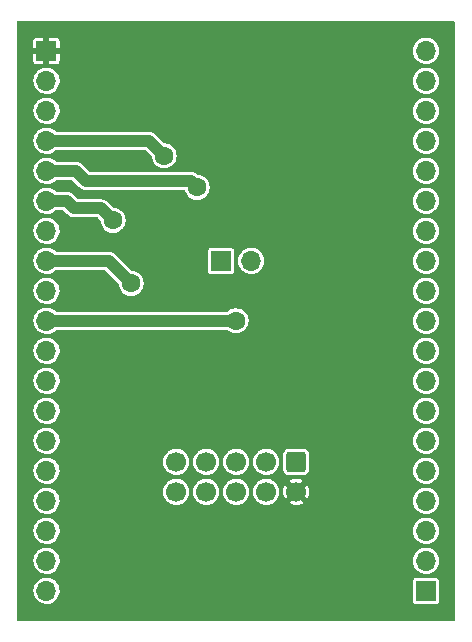
<source format=gtl>
G04 #@! TF.GenerationSoftware,KiCad,Pcbnew,(6.0.9)*
G04 #@! TF.CreationDate,2022-11-20T19:10:42+01:00*
G04 #@! TF.ProjectId,FT2232HL development board to iceprog,46543232-3332-4484-9c20-646576656c6f,rev?*
G04 #@! TF.SameCoordinates,Original*
G04 #@! TF.FileFunction,Copper,L1,Top*
G04 #@! TF.FilePolarity,Positive*
%FSLAX46Y46*%
G04 Gerber Fmt 4.6, Leading zero omitted, Abs format (unit mm)*
G04 Created by KiCad (PCBNEW (6.0.9)) date 2022-11-20 19:10:42*
%MOMM*%
%LPD*%
G01*
G04 APERTURE LIST*
G04 Aperture macros list*
%AMRoundRect*
0 Rectangle with rounded corners*
0 $1 Rounding radius*
0 $2 $3 $4 $5 $6 $7 $8 $9 X,Y pos of 4 corners*
0 Add a 4 corners polygon primitive as box body*
4,1,4,$2,$3,$4,$5,$6,$7,$8,$9,$2,$3,0*
0 Add four circle primitives for the rounded corners*
1,1,$1+$1,$2,$3*
1,1,$1+$1,$4,$5*
1,1,$1+$1,$6,$7*
1,1,$1+$1,$8,$9*
0 Add four rect primitives between the rounded corners*
20,1,$1+$1,$2,$3,$4,$5,0*
20,1,$1+$1,$4,$5,$6,$7,0*
20,1,$1+$1,$6,$7,$8,$9,0*
20,1,$1+$1,$8,$9,$2,$3,0*%
G04 Aperture macros list end*
G04 #@! TA.AperFunction,ComponentPad*
%ADD10R,1.700000X1.700000*%
G04 #@! TD*
G04 #@! TA.AperFunction,ComponentPad*
%ADD11O,1.700000X1.700000*%
G04 #@! TD*
G04 #@! TA.AperFunction,ComponentPad*
%ADD12C,1.700000*%
G04 #@! TD*
G04 #@! TA.AperFunction,ComponentPad*
%ADD13RoundRect,0.250000X-0.600000X0.600000X-0.600000X-0.600000X0.600000X-0.600000X0.600000X0.600000X0*%
G04 #@! TD*
G04 #@! TA.AperFunction,ViaPad*
%ADD14C,0.800000*%
G04 #@! TD*
G04 #@! TA.AperFunction,ViaPad*
%ADD15C,1.600000*%
G04 #@! TD*
G04 #@! TA.AperFunction,Conductor*
%ADD16C,1.000000*%
G04 #@! TD*
G04 APERTURE END LIST*
D10*
X-1270000Y-102870000D03*
D11*
X1270000Y-102870000D03*
D12*
X-5080000Y-122428000D03*
X-5080000Y-119888000D03*
X-2540000Y-122428000D03*
X-2540000Y-119888000D03*
X0Y-122428000D03*
X0Y-119888000D03*
X2540000Y-122428000D03*
X2540000Y-119888000D03*
X5080000Y-122428000D03*
D13*
X5080000Y-119888000D03*
D10*
X16060000Y-130810000D03*
D11*
X16060000Y-128270000D03*
X16060000Y-125730000D03*
X16060000Y-123190000D03*
X16060000Y-120650000D03*
X16060000Y-118110000D03*
X16060000Y-115570000D03*
X16060000Y-113030000D03*
X16060000Y-110490000D03*
X16060000Y-107950000D03*
X16060000Y-105410000D03*
X16060000Y-102870000D03*
X16060000Y-100330000D03*
X16060000Y-97790000D03*
X16060000Y-95250000D03*
X16060000Y-92710000D03*
X16060000Y-90170000D03*
X16060000Y-87630000D03*
X16060000Y-85090000D03*
D10*
X-16060000Y-85090000D03*
D11*
X-16060000Y-87630000D03*
X-16060000Y-90170000D03*
X-16060000Y-92710000D03*
X-16060000Y-95250000D03*
X-16060000Y-97790000D03*
X-16060000Y-100330000D03*
X-16060000Y-102870000D03*
X-16060000Y-105410000D03*
X-16060000Y-107950000D03*
X-16060000Y-110490000D03*
X-16060000Y-113030000D03*
X-16060000Y-115570000D03*
X-16060000Y-118110000D03*
X-16060000Y-120650000D03*
X-16060000Y-123190000D03*
X-16060000Y-125730000D03*
X-16060000Y-128270000D03*
X-16060000Y-130810000D03*
D14*
X-10795000Y-93980000D03*
X-7366000Y-118110000D03*
X-7366000Y-123698000D03*
X-1524000Y-124968000D03*
X2159000Y-113538000D03*
X-1905000Y-105918000D03*
X-12827000Y-105410000D03*
X-13081000Y-100711000D03*
X-7874000Y-100457000D03*
X-3937000Y-94234000D03*
D15*
X-10414001Y-99440999D03*
X-3302000Y-96647000D03*
X-6096000Y-93980000D03*
X-8890000Y-104775000D03*
X0Y-107950000D03*
D16*
X-11430000Y-98425000D02*
X-10414001Y-99440999D01*
X-13716000Y-98425000D02*
X-11430000Y-98425000D01*
X-14351000Y-97790000D02*
X-13716000Y-98425000D01*
X-16060000Y-97790000D02*
X-14351000Y-97790000D01*
X-12739000Y-96100000D02*
X-3849000Y-96100000D01*
X-3849000Y-96100000D02*
X-3302000Y-96647000D01*
X-13589000Y-95250000D02*
X-12739000Y-96100000D01*
X-16060000Y-95250000D02*
X-13589000Y-95250000D01*
X-7366000Y-92710000D02*
X-6096000Y-93980000D01*
X-16060000Y-92710000D02*
X-7366000Y-92710000D01*
X-10795000Y-102870000D02*
X-8890000Y-104775000D01*
X-16060000Y-102870000D02*
X-10795000Y-102870000D01*
X0Y-107950000D02*
X-16060000Y-107950000D01*
G04 #@! TA.AperFunction,Conductor*
G36*
X18483621Y-82570502D02*
G01*
X18530114Y-82624158D01*
X18541500Y-82676500D01*
X18541500Y-133223500D01*
X18521498Y-133291621D01*
X18467842Y-133338114D01*
X18415500Y-133349500D01*
X-18415500Y-133349500D01*
X-18483621Y-133329498D01*
X-18530114Y-133275842D01*
X-18541500Y-133223500D01*
X-18541500Y-130780964D01*
X-17168852Y-130780964D01*
X-17155576Y-130983522D01*
X-17154155Y-130989118D01*
X-17154154Y-130989123D01*
X-17133881Y-131068945D01*
X-17105608Y-131180269D01*
X-17103191Y-131185512D01*
X-17065990Y-131266208D01*
X-17020623Y-131364616D01*
X-16903467Y-131530389D01*
X-16758062Y-131672035D01*
X-16589280Y-131784812D01*
X-16583977Y-131787090D01*
X-16583974Y-131787092D01*
X-16452717Y-131843484D01*
X-16402772Y-131864942D01*
X-16329756Y-131881464D01*
X-16210421Y-131908467D01*
X-16210416Y-131908468D01*
X-16204784Y-131909742D01*
X-16199013Y-131909969D01*
X-16199011Y-131909969D01*
X-16139244Y-131912317D01*
X-16001947Y-131917712D01*
X-15894652Y-131902155D01*
X-15806769Y-131889413D01*
X-15806764Y-131889412D01*
X-15801055Y-131888584D01*
X-15795591Y-131886729D01*
X-15795586Y-131886728D01*
X-15614307Y-131825192D01*
X-15614302Y-131825190D01*
X-15608835Y-131823334D01*
X-15431724Y-131724147D01*
X-15392031Y-131691135D01*
X-15280087Y-131598031D01*
X-15275655Y-131594345D01*
X-15145853Y-131438276D01*
X-15046666Y-131261165D01*
X-15044810Y-131255698D01*
X-15044808Y-131255693D01*
X-14983272Y-131074414D01*
X-14983271Y-131074409D01*
X-14981416Y-131068945D01*
X-14980588Y-131063236D01*
X-14980587Y-131063231D01*
X-14952821Y-130871727D01*
X-14952288Y-130868053D01*
X-14950768Y-130810000D01*
X-14969342Y-130607859D01*
X-14970910Y-130602299D01*
X-15022875Y-130418046D01*
X-15022876Y-130418044D01*
X-15024443Y-130412487D01*
X-15035022Y-130391033D01*
X-15111669Y-130235609D01*
X-15114224Y-130230428D01*
X-15235680Y-130067779D01*
X-15379391Y-129934933D01*
X14955500Y-129934933D01*
X14955501Y-131685066D01*
X14970266Y-131759301D01*
X14977161Y-131769620D01*
X14977162Y-131769622D01*
X15017516Y-131830015D01*
X15026516Y-131843484D01*
X15110699Y-131899734D01*
X15184933Y-131914500D01*
X16059858Y-131914500D01*
X16935066Y-131914499D01*
X16970818Y-131907388D01*
X16997126Y-131902156D01*
X16997128Y-131902155D01*
X17009301Y-131899734D01*
X17019621Y-131892839D01*
X17019622Y-131892838D01*
X17083168Y-131850377D01*
X17093484Y-131843484D01*
X17149734Y-131759301D01*
X17164500Y-131685067D01*
X17164499Y-129934934D01*
X17149734Y-129860699D01*
X17123654Y-129821667D01*
X17100377Y-129786832D01*
X17093484Y-129776516D01*
X17009301Y-129720266D01*
X16935067Y-129705500D01*
X16060142Y-129705500D01*
X15184934Y-129705501D01*
X15149182Y-129712612D01*
X15122874Y-129717844D01*
X15122872Y-129717845D01*
X15110699Y-129720266D01*
X15100379Y-129727161D01*
X15100378Y-129727162D01*
X15039985Y-129767516D01*
X15026516Y-129776516D01*
X14970266Y-129860699D01*
X14955500Y-129934933D01*
X-15379391Y-129934933D01*
X-15384742Y-129929987D01*
X-15389625Y-129926906D01*
X-15389629Y-129926903D01*
X-15551536Y-129824748D01*
X-15556419Y-129821667D01*
X-15744961Y-129746446D01*
X-15750621Y-129745320D01*
X-15750625Y-129745319D01*
X-15938387Y-129707971D01*
X-15938390Y-129707971D01*
X-15944054Y-129706844D01*
X-15949829Y-129706768D01*
X-15949833Y-129706768D01*
X-16051207Y-129705441D01*
X-16147029Y-129704187D01*
X-16152726Y-129705166D01*
X-16152727Y-129705166D01*
X-16240603Y-129720266D01*
X-16347090Y-129738564D01*
X-16537537Y-129808824D01*
X-16711990Y-129912612D01*
X-16716330Y-129916418D01*
X-16716334Y-129916421D01*
X-16860267Y-130042648D01*
X-16864608Y-130046455D01*
X-16990280Y-130205869D01*
X-16992969Y-130210980D01*
X-16992971Y-130210983D01*
X-17005927Y-130235609D01*
X-17084797Y-130385515D01*
X-17144993Y-130579378D01*
X-17168852Y-130780964D01*
X-18541500Y-130780964D01*
X-18541500Y-128240964D01*
X-17168852Y-128240964D01*
X-17155576Y-128443522D01*
X-17154155Y-128449118D01*
X-17154154Y-128449123D01*
X-17133881Y-128528945D01*
X-17105608Y-128640269D01*
X-17103191Y-128645512D01*
X-17065990Y-128726208D01*
X-17020623Y-128824616D01*
X-16903467Y-128990389D01*
X-16758062Y-129132035D01*
X-16589280Y-129244812D01*
X-16583977Y-129247090D01*
X-16583974Y-129247092D01*
X-16495293Y-129285192D01*
X-16402772Y-129324942D01*
X-16329756Y-129341464D01*
X-16210421Y-129368467D01*
X-16210416Y-129368468D01*
X-16204784Y-129369742D01*
X-16199013Y-129369969D01*
X-16199011Y-129369969D01*
X-16139244Y-129372317D01*
X-16001947Y-129377712D01*
X-15901501Y-129363148D01*
X-15806769Y-129349413D01*
X-15806764Y-129349412D01*
X-15801055Y-129348584D01*
X-15795591Y-129346729D01*
X-15795586Y-129346728D01*
X-15614307Y-129285192D01*
X-15614302Y-129285190D01*
X-15608835Y-129283334D01*
X-15431724Y-129184147D01*
X-15369066Y-129132035D01*
X-15280087Y-129058031D01*
X-15275655Y-129054345D01*
X-15145853Y-128898276D01*
X-15046666Y-128721165D01*
X-15044810Y-128715698D01*
X-15044808Y-128715693D01*
X-14983272Y-128534414D01*
X-14983271Y-128534409D01*
X-14981416Y-128528945D01*
X-14980588Y-128523236D01*
X-14980587Y-128523231D01*
X-14952821Y-128331727D01*
X-14952288Y-128328053D01*
X-14950768Y-128270000D01*
X-14953436Y-128240964D01*
X14951148Y-128240964D01*
X14964424Y-128443522D01*
X14965845Y-128449118D01*
X14965846Y-128449123D01*
X14986119Y-128528945D01*
X15014392Y-128640269D01*
X15016809Y-128645512D01*
X15054010Y-128726208D01*
X15099377Y-128824616D01*
X15216533Y-128990389D01*
X15361938Y-129132035D01*
X15530720Y-129244812D01*
X15536023Y-129247090D01*
X15536026Y-129247092D01*
X15624707Y-129285192D01*
X15717228Y-129324942D01*
X15790244Y-129341464D01*
X15909579Y-129368467D01*
X15909584Y-129368468D01*
X15915216Y-129369742D01*
X15920987Y-129369969D01*
X15920989Y-129369969D01*
X15980756Y-129372317D01*
X16118053Y-129377712D01*
X16218499Y-129363148D01*
X16313231Y-129349413D01*
X16313236Y-129349412D01*
X16318945Y-129348584D01*
X16324409Y-129346729D01*
X16324414Y-129346728D01*
X16505693Y-129285192D01*
X16505698Y-129285190D01*
X16511165Y-129283334D01*
X16688276Y-129184147D01*
X16750934Y-129132035D01*
X16839913Y-129058031D01*
X16844345Y-129054345D01*
X16974147Y-128898276D01*
X17073334Y-128721165D01*
X17075190Y-128715698D01*
X17075192Y-128715693D01*
X17136728Y-128534414D01*
X17136729Y-128534409D01*
X17138584Y-128528945D01*
X17139412Y-128523236D01*
X17139413Y-128523231D01*
X17167179Y-128331727D01*
X17167712Y-128328053D01*
X17169232Y-128270000D01*
X17150658Y-128067859D01*
X17149090Y-128062299D01*
X17097125Y-127878046D01*
X17097124Y-127878044D01*
X17095557Y-127872487D01*
X17084978Y-127851033D01*
X17008331Y-127695609D01*
X17005776Y-127690428D01*
X16884320Y-127527779D01*
X16735258Y-127389987D01*
X16730375Y-127386906D01*
X16730371Y-127386903D01*
X16568464Y-127284748D01*
X16563581Y-127281667D01*
X16375039Y-127206446D01*
X16369379Y-127205320D01*
X16369375Y-127205319D01*
X16181613Y-127167971D01*
X16181610Y-127167971D01*
X16175946Y-127166844D01*
X16170171Y-127166768D01*
X16170167Y-127166768D01*
X16068793Y-127165441D01*
X15972971Y-127164187D01*
X15967274Y-127165166D01*
X15967273Y-127165166D01*
X15778607Y-127197585D01*
X15772910Y-127198564D01*
X15582463Y-127268824D01*
X15408010Y-127372612D01*
X15403670Y-127376418D01*
X15403666Y-127376421D01*
X15383723Y-127393911D01*
X15255392Y-127506455D01*
X15129720Y-127665869D01*
X15127031Y-127670980D01*
X15127029Y-127670983D01*
X15114073Y-127695609D01*
X15035203Y-127845515D01*
X14975007Y-128039378D01*
X14951148Y-128240964D01*
X-14953436Y-128240964D01*
X-14969342Y-128067859D01*
X-14970910Y-128062299D01*
X-15022875Y-127878046D01*
X-15022876Y-127878044D01*
X-15024443Y-127872487D01*
X-15035022Y-127851033D01*
X-15111669Y-127695609D01*
X-15114224Y-127690428D01*
X-15235680Y-127527779D01*
X-15384742Y-127389987D01*
X-15389625Y-127386906D01*
X-15389629Y-127386903D01*
X-15551536Y-127284748D01*
X-15556419Y-127281667D01*
X-15744961Y-127206446D01*
X-15750621Y-127205320D01*
X-15750625Y-127205319D01*
X-15938387Y-127167971D01*
X-15938390Y-127167971D01*
X-15944054Y-127166844D01*
X-15949829Y-127166768D01*
X-15949833Y-127166768D01*
X-16051207Y-127165441D01*
X-16147029Y-127164187D01*
X-16152726Y-127165166D01*
X-16152727Y-127165166D01*
X-16341393Y-127197585D01*
X-16347090Y-127198564D01*
X-16537537Y-127268824D01*
X-16711990Y-127372612D01*
X-16716330Y-127376418D01*
X-16716334Y-127376421D01*
X-16736277Y-127393911D01*
X-16864608Y-127506455D01*
X-16990280Y-127665869D01*
X-16992969Y-127670980D01*
X-16992971Y-127670983D01*
X-17005927Y-127695609D01*
X-17084797Y-127845515D01*
X-17144993Y-128039378D01*
X-17168852Y-128240964D01*
X-18541500Y-128240964D01*
X-18541500Y-125700964D01*
X-17168852Y-125700964D01*
X-17155576Y-125903522D01*
X-17154155Y-125909118D01*
X-17154154Y-125909123D01*
X-17133881Y-125988945D01*
X-17105608Y-126100269D01*
X-17103191Y-126105512D01*
X-17065990Y-126186208D01*
X-17020623Y-126284616D01*
X-16903467Y-126450389D01*
X-16758062Y-126592035D01*
X-16589280Y-126704812D01*
X-16583977Y-126707090D01*
X-16583974Y-126707092D01*
X-16495293Y-126745192D01*
X-16402772Y-126784942D01*
X-16329756Y-126801464D01*
X-16210421Y-126828467D01*
X-16210416Y-126828468D01*
X-16204784Y-126829742D01*
X-16199013Y-126829969D01*
X-16199011Y-126829969D01*
X-16139244Y-126832317D01*
X-16001947Y-126837712D01*
X-15901501Y-126823148D01*
X-15806769Y-126809413D01*
X-15806764Y-126809412D01*
X-15801055Y-126808584D01*
X-15795591Y-126806729D01*
X-15795586Y-126806728D01*
X-15614307Y-126745192D01*
X-15614302Y-126745190D01*
X-15608835Y-126743334D01*
X-15431724Y-126644147D01*
X-15369066Y-126592035D01*
X-15280087Y-126518031D01*
X-15275655Y-126514345D01*
X-15145853Y-126358276D01*
X-15046666Y-126181165D01*
X-15044810Y-126175698D01*
X-15044808Y-126175693D01*
X-14983272Y-125994414D01*
X-14983271Y-125994409D01*
X-14981416Y-125988945D01*
X-14980588Y-125983236D01*
X-14980587Y-125983231D01*
X-14952821Y-125791727D01*
X-14952288Y-125788053D01*
X-14950768Y-125730000D01*
X-14953436Y-125700964D01*
X14951148Y-125700964D01*
X14964424Y-125903522D01*
X14965845Y-125909118D01*
X14965846Y-125909123D01*
X14986119Y-125988945D01*
X15014392Y-126100269D01*
X15016809Y-126105512D01*
X15054010Y-126186208D01*
X15099377Y-126284616D01*
X15216533Y-126450389D01*
X15361938Y-126592035D01*
X15530720Y-126704812D01*
X15536023Y-126707090D01*
X15536026Y-126707092D01*
X15624707Y-126745192D01*
X15717228Y-126784942D01*
X15790244Y-126801464D01*
X15909579Y-126828467D01*
X15909584Y-126828468D01*
X15915216Y-126829742D01*
X15920987Y-126829969D01*
X15920989Y-126829969D01*
X15980756Y-126832317D01*
X16118053Y-126837712D01*
X16218499Y-126823148D01*
X16313231Y-126809413D01*
X16313236Y-126809412D01*
X16318945Y-126808584D01*
X16324409Y-126806729D01*
X16324414Y-126806728D01*
X16505693Y-126745192D01*
X16505698Y-126745190D01*
X16511165Y-126743334D01*
X16688276Y-126644147D01*
X16750934Y-126592035D01*
X16839913Y-126518031D01*
X16844345Y-126514345D01*
X16974147Y-126358276D01*
X17073334Y-126181165D01*
X17075190Y-126175698D01*
X17075192Y-126175693D01*
X17136728Y-125994414D01*
X17136729Y-125994409D01*
X17138584Y-125988945D01*
X17139412Y-125983236D01*
X17139413Y-125983231D01*
X17167179Y-125791727D01*
X17167712Y-125788053D01*
X17169232Y-125730000D01*
X17150658Y-125527859D01*
X17149090Y-125522299D01*
X17097125Y-125338046D01*
X17097124Y-125338044D01*
X17095557Y-125332487D01*
X17084978Y-125311033D01*
X17008331Y-125155609D01*
X17005776Y-125150428D01*
X16884320Y-124987779D01*
X16735258Y-124849987D01*
X16730375Y-124846906D01*
X16730371Y-124846903D01*
X16568464Y-124744748D01*
X16563581Y-124741667D01*
X16375039Y-124666446D01*
X16369379Y-124665320D01*
X16369375Y-124665319D01*
X16181613Y-124627971D01*
X16181610Y-124627971D01*
X16175946Y-124626844D01*
X16170171Y-124626768D01*
X16170167Y-124626768D01*
X16068793Y-124625441D01*
X15972971Y-124624187D01*
X15967274Y-124625166D01*
X15967273Y-124625166D01*
X15778607Y-124657585D01*
X15772910Y-124658564D01*
X15582463Y-124728824D01*
X15408010Y-124832612D01*
X15403670Y-124836418D01*
X15403666Y-124836421D01*
X15383723Y-124853911D01*
X15255392Y-124966455D01*
X15129720Y-125125869D01*
X15127031Y-125130980D01*
X15127029Y-125130983D01*
X15114073Y-125155609D01*
X15035203Y-125305515D01*
X14975007Y-125499378D01*
X14951148Y-125700964D01*
X-14953436Y-125700964D01*
X-14969342Y-125527859D01*
X-14970910Y-125522299D01*
X-15022875Y-125338046D01*
X-15022876Y-125338044D01*
X-15024443Y-125332487D01*
X-15035022Y-125311033D01*
X-15111669Y-125155609D01*
X-15114224Y-125150428D01*
X-15235680Y-124987779D01*
X-15384742Y-124849987D01*
X-15389625Y-124846906D01*
X-15389629Y-124846903D01*
X-15551536Y-124744748D01*
X-15556419Y-124741667D01*
X-15744961Y-124666446D01*
X-15750621Y-124665320D01*
X-15750625Y-124665319D01*
X-15938387Y-124627971D01*
X-15938390Y-124627971D01*
X-15944054Y-124626844D01*
X-15949829Y-124626768D01*
X-15949833Y-124626768D01*
X-16051207Y-124625441D01*
X-16147029Y-124624187D01*
X-16152726Y-124625166D01*
X-16152727Y-124625166D01*
X-16341393Y-124657585D01*
X-16347090Y-124658564D01*
X-16537537Y-124728824D01*
X-16711990Y-124832612D01*
X-16716330Y-124836418D01*
X-16716334Y-124836421D01*
X-16736277Y-124853911D01*
X-16864608Y-124966455D01*
X-16990280Y-125125869D01*
X-16992969Y-125130980D01*
X-16992971Y-125130983D01*
X-17005927Y-125155609D01*
X-17084797Y-125305515D01*
X-17144993Y-125499378D01*
X-17168852Y-125700964D01*
X-18541500Y-125700964D01*
X-18541500Y-123160964D01*
X-17168852Y-123160964D01*
X-17155576Y-123363522D01*
X-17154155Y-123369118D01*
X-17154154Y-123369123D01*
X-17113869Y-123527742D01*
X-17105608Y-123560269D01*
X-17103191Y-123565512D01*
X-17065990Y-123646208D01*
X-17020623Y-123744616D01*
X-16903467Y-123910389D01*
X-16758062Y-124052035D01*
X-16589280Y-124164812D01*
X-16583977Y-124167090D01*
X-16583974Y-124167092D01*
X-16495293Y-124205192D01*
X-16402772Y-124244942D01*
X-16329756Y-124261464D01*
X-16210421Y-124288467D01*
X-16210416Y-124288468D01*
X-16204784Y-124289742D01*
X-16199013Y-124289969D01*
X-16199011Y-124289969D01*
X-16139244Y-124292317D01*
X-16001947Y-124297712D01*
X-15901501Y-124283148D01*
X-15806769Y-124269413D01*
X-15806764Y-124269412D01*
X-15801055Y-124268584D01*
X-15795591Y-124266729D01*
X-15795586Y-124266728D01*
X-15614307Y-124205192D01*
X-15614302Y-124205190D01*
X-15608835Y-124203334D01*
X-15431724Y-124104147D01*
X-15369066Y-124052035D01*
X-15280087Y-123978031D01*
X-15275655Y-123974345D01*
X-15145853Y-123818276D01*
X-15046666Y-123641165D01*
X-15044810Y-123635698D01*
X-15044808Y-123635693D01*
X-14983272Y-123454414D01*
X-14983271Y-123454409D01*
X-14981416Y-123448945D01*
X-14980588Y-123443236D01*
X-14980587Y-123443231D01*
X-14958375Y-123290035D01*
X-14952288Y-123248053D01*
X-14950768Y-123190000D01*
X-14967965Y-123002845D01*
X-14968813Y-122993613D01*
X-14968814Y-122993610D01*
X-14969342Y-122987859D01*
X-14972372Y-122977116D01*
X-15022875Y-122798046D01*
X-15022876Y-122798044D01*
X-15024443Y-122792487D01*
X-15035022Y-122771033D01*
X-15111669Y-122615609D01*
X-15114224Y-122610428D01*
X-15235680Y-122447779D01*
X-15288488Y-122398964D01*
X-6188852Y-122398964D01*
X-6175576Y-122601522D01*
X-6174155Y-122607118D01*
X-6174154Y-122607123D01*
X-6153881Y-122686945D01*
X-6125608Y-122798269D01*
X-6123191Y-122803512D01*
X-6086085Y-122884002D01*
X-6040623Y-122982616D01*
X-5923467Y-123148389D01*
X-5919325Y-123152424D01*
X-5910558Y-123160964D01*
X-5778062Y-123290035D01*
X-5609280Y-123402812D01*
X-5603977Y-123405090D01*
X-5603974Y-123405092D01*
X-5489173Y-123454414D01*
X-5422772Y-123482942D01*
X-5349756Y-123499464D01*
X-5230421Y-123526467D01*
X-5230416Y-123526468D01*
X-5224784Y-123527742D01*
X-5219013Y-123527969D01*
X-5219011Y-123527969D01*
X-5159244Y-123530317D01*
X-5021947Y-123535712D01*
X-4921501Y-123521148D01*
X-4826769Y-123507413D01*
X-4826764Y-123507412D01*
X-4821055Y-123506584D01*
X-4815591Y-123504729D01*
X-4815586Y-123504728D01*
X-4634307Y-123443192D01*
X-4634302Y-123443190D01*
X-4628835Y-123441334D01*
X-4622974Y-123438052D01*
X-4517348Y-123378898D01*
X-4451724Y-123342147D01*
X-4389066Y-123290035D01*
X-4300087Y-123216031D01*
X-4295655Y-123212345D01*
X-4165853Y-123056276D01*
X-4066666Y-122879165D01*
X-4064810Y-122873698D01*
X-4064808Y-122873693D01*
X-4003272Y-122692414D01*
X-4003271Y-122692409D01*
X-4001416Y-122686945D01*
X-4000588Y-122681236D01*
X-4000587Y-122681231D01*
X-3972821Y-122489727D01*
X-3972288Y-122486053D01*
X-3970768Y-122428000D01*
X-3973436Y-122398964D01*
X-3648852Y-122398964D01*
X-3635576Y-122601522D01*
X-3634155Y-122607118D01*
X-3634154Y-122607123D01*
X-3613881Y-122686945D01*
X-3585608Y-122798269D01*
X-3583191Y-122803512D01*
X-3546085Y-122884002D01*
X-3500623Y-122982616D01*
X-3383467Y-123148389D01*
X-3379325Y-123152424D01*
X-3370558Y-123160964D01*
X-3238062Y-123290035D01*
X-3069280Y-123402812D01*
X-3063977Y-123405090D01*
X-3063974Y-123405092D01*
X-2949173Y-123454414D01*
X-2882772Y-123482942D01*
X-2809756Y-123499464D01*
X-2690421Y-123526467D01*
X-2690416Y-123526468D01*
X-2684784Y-123527742D01*
X-2679013Y-123527969D01*
X-2679011Y-123527969D01*
X-2619244Y-123530317D01*
X-2481947Y-123535712D01*
X-2381501Y-123521148D01*
X-2286769Y-123507413D01*
X-2286764Y-123507412D01*
X-2281055Y-123506584D01*
X-2275591Y-123504729D01*
X-2275586Y-123504728D01*
X-2094307Y-123443192D01*
X-2094302Y-123443190D01*
X-2088835Y-123441334D01*
X-2082974Y-123438052D01*
X-1977348Y-123378898D01*
X-1911724Y-123342147D01*
X-1849066Y-123290035D01*
X-1760087Y-123216031D01*
X-1755655Y-123212345D01*
X-1625853Y-123056276D01*
X-1526666Y-122879165D01*
X-1524810Y-122873698D01*
X-1524808Y-122873693D01*
X-1463272Y-122692414D01*
X-1463271Y-122692409D01*
X-1461416Y-122686945D01*
X-1460588Y-122681236D01*
X-1460587Y-122681231D01*
X-1432821Y-122489727D01*
X-1432288Y-122486053D01*
X-1430768Y-122428000D01*
X-1433436Y-122398964D01*
X-1108852Y-122398964D01*
X-1095576Y-122601522D01*
X-1094155Y-122607118D01*
X-1094154Y-122607123D01*
X-1073881Y-122686945D01*
X-1045608Y-122798269D01*
X-1043191Y-122803512D01*
X-1006085Y-122884002D01*
X-960623Y-122982616D01*
X-843467Y-123148389D01*
X-839325Y-123152424D01*
X-830558Y-123160964D01*
X-698062Y-123290035D01*
X-529280Y-123402812D01*
X-523977Y-123405090D01*
X-523974Y-123405092D01*
X-409173Y-123454414D01*
X-342772Y-123482942D01*
X-269756Y-123499464D01*
X-150421Y-123526467D01*
X-150416Y-123526468D01*
X-144784Y-123527742D01*
X-139013Y-123527969D01*
X-139011Y-123527969D01*
X-79244Y-123530317D01*
X58053Y-123535712D01*
X158499Y-123521148D01*
X253231Y-123507413D01*
X253236Y-123507412D01*
X258945Y-123506584D01*
X264409Y-123504729D01*
X264414Y-123504728D01*
X445693Y-123443192D01*
X445698Y-123443190D01*
X451165Y-123441334D01*
X457026Y-123438052D01*
X562652Y-123378898D01*
X628276Y-123342147D01*
X690934Y-123290035D01*
X779913Y-123216031D01*
X784345Y-123212345D01*
X914147Y-123056276D01*
X1013334Y-122879165D01*
X1015190Y-122873698D01*
X1015192Y-122873693D01*
X1076728Y-122692414D01*
X1076729Y-122692409D01*
X1078584Y-122686945D01*
X1079412Y-122681236D01*
X1079413Y-122681231D01*
X1107179Y-122489727D01*
X1107712Y-122486053D01*
X1109232Y-122428000D01*
X1106564Y-122398964D01*
X1431148Y-122398964D01*
X1444424Y-122601522D01*
X1445845Y-122607118D01*
X1445846Y-122607123D01*
X1466119Y-122686945D01*
X1494392Y-122798269D01*
X1496809Y-122803512D01*
X1533915Y-122884002D01*
X1579377Y-122982616D01*
X1696533Y-123148389D01*
X1700675Y-123152424D01*
X1709442Y-123160964D01*
X1841938Y-123290035D01*
X2010720Y-123402812D01*
X2016023Y-123405090D01*
X2016026Y-123405092D01*
X2130827Y-123454414D01*
X2197228Y-123482942D01*
X2270244Y-123499464D01*
X2389579Y-123526467D01*
X2389584Y-123526468D01*
X2395216Y-123527742D01*
X2400987Y-123527969D01*
X2400989Y-123527969D01*
X2460756Y-123530317D01*
X2598053Y-123535712D01*
X2698499Y-123521148D01*
X2793231Y-123507413D01*
X2793236Y-123507412D01*
X2798945Y-123506584D01*
X2804409Y-123504729D01*
X2804414Y-123504728D01*
X2985693Y-123443192D01*
X2985698Y-123443190D01*
X2991165Y-123441334D01*
X2997026Y-123438052D01*
X3102652Y-123378898D01*
X3124949Y-123366411D01*
X4505950Y-123366411D01*
X4515830Y-123378898D01*
X4546159Y-123399163D01*
X4556264Y-123404650D01*
X4732077Y-123480185D01*
X4743020Y-123483740D01*
X4929646Y-123525970D01*
X4941055Y-123527472D01*
X5132258Y-123534984D01*
X5143740Y-123534382D01*
X5333106Y-123506926D01*
X5344302Y-123504238D01*
X5525493Y-123442731D01*
X5536002Y-123438052D01*
X5645091Y-123376959D01*
X5654955Y-123366881D01*
X5652000Y-123359210D01*
X5453754Y-123160964D01*
X14951148Y-123160964D01*
X14964424Y-123363522D01*
X14965845Y-123369118D01*
X14965846Y-123369123D01*
X15006131Y-123527742D01*
X15014392Y-123560269D01*
X15016809Y-123565512D01*
X15054010Y-123646208D01*
X15099377Y-123744616D01*
X15216533Y-123910389D01*
X15361938Y-124052035D01*
X15530720Y-124164812D01*
X15536023Y-124167090D01*
X15536026Y-124167092D01*
X15624707Y-124205192D01*
X15717228Y-124244942D01*
X15790244Y-124261464D01*
X15909579Y-124288467D01*
X15909584Y-124288468D01*
X15915216Y-124289742D01*
X15920987Y-124289969D01*
X15920989Y-124289969D01*
X15980756Y-124292317D01*
X16118053Y-124297712D01*
X16218499Y-124283148D01*
X16313231Y-124269413D01*
X16313236Y-124269412D01*
X16318945Y-124268584D01*
X16324409Y-124266729D01*
X16324414Y-124266728D01*
X16505693Y-124205192D01*
X16505698Y-124205190D01*
X16511165Y-124203334D01*
X16688276Y-124104147D01*
X16750934Y-124052035D01*
X16839913Y-123978031D01*
X16844345Y-123974345D01*
X16974147Y-123818276D01*
X17073334Y-123641165D01*
X17075190Y-123635698D01*
X17075192Y-123635693D01*
X17136728Y-123454414D01*
X17136729Y-123454409D01*
X17138584Y-123448945D01*
X17139412Y-123443236D01*
X17139413Y-123443231D01*
X17161625Y-123290035D01*
X17167712Y-123248053D01*
X17169232Y-123190000D01*
X17152035Y-123002845D01*
X17151187Y-122993613D01*
X17151186Y-122993610D01*
X17150658Y-122987859D01*
X17147628Y-122977116D01*
X17097125Y-122798046D01*
X17097124Y-122798044D01*
X17095557Y-122792487D01*
X17084978Y-122771033D01*
X17008331Y-122615609D01*
X17005776Y-122610428D01*
X16884320Y-122447779D01*
X16735258Y-122309987D01*
X16730375Y-122306906D01*
X16730371Y-122306903D01*
X16568464Y-122204748D01*
X16563581Y-122201667D01*
X16375039Y-122126446D01*
X16369379Y-122125320D01*
X16369375Y-122125319D01*
X16181613Y-122087971D01*
X16181610Y-122087971D01*
X16175946Y-122086844D01*
X16170171Y-122086768D01*
X16170167Y-122086768D01*
X16068793Y-122085441D01*
X15972971Y-122084187D01*
X15967274Y-122085166D01*
X15967273Y-122085166D01*
X15778607Y-122117585D01*
X15772910Y-122118564D01*
X15582463Y-122188824D01*
X15577502Y-122191776D01*
X15577501Y-122191776D01*
X15568085Y-122197378D01*
X15408010Y-122292612D01*
X15403670Y-122296418D01*
X15403666Y-122296421D01*
X15280150Y-122404743D01*
X15255392Y-122426455D01*
X15129720Y-122585869D01*
X15127031Y-122590980D01*
X15127029Y-122590983D01*
X15114073Y-122615609D01*
X15035203Y-122765515D01*
X14975007Y-122959378D01*
X14951148Y-123160964D01*
X5453754Y-123160964D01*
X5092812Y-122800022D01*
X5078868Y-122792408D01*
X5077035Y-122792539D01*
X5070420Y-122796790D01*
X4512146Y-123355064D01*
X4505950Y-123366411D01*
X3124949Y-123366411D01*
X3168276Y-123342147D01*
X3230934Y-123290035D01*
X3319913Y-123216031D01*
X3324345Y-123212345D01*
X3454147Y-123056276D01*
X3553334Y-122879165D01*
X3555190Y-122873698D01*
X3555192Y-122873693D01*
X3616728Y-122692414D01*
X3616729Y-122692409D01*
X3618584Y-122686945D01*
X3619412Y-122681236D01*
X3619413Y-122681231D01*
X3647179Y-122489727D01*
X3647712Y-122486053D01*
X3649232Y-122428000D01*
X3647095Y-122404743D01*
X3972028Y-122404743D01*
X3984542Y-122595676D01*
X3986343Y-122607046D01*
X4033443Y-122792502D01*
X4037284Y-122803348D01*
X4117392Y-122977116D01*
X4123146Y-122987083D01*
X4128658Y-122994882D01*
X4139247Y-123003270D01*
X4152548Y-122996242D01*
X4707978Y-122440812D01*
X4714356Y-122429132D01*
X5444408Y-122429132D01*
X5444539Y-122430965D01*
X5448790Y-122437580D01*
X6007295Y-122996085D01*
X6019675Y-123002845D01*
X6026255Y-122997919D01*
X6090052Y-122884002D01*
X6094731Y-122873493D01*
X6156238Y-122692302D01*
X6158926Y-122681106D01*
X6186678Y-122489699D01*
X6187308Y-122482318D01*
X6188633Y-122431704D01*
X6188390Y-122424305D01*
X6170693Y-122231707D01*
X6168595Y-122220386D01*
X6116658Y-122036231D01*
X6112533Y-122025484D01*
X6028998Y-121856092D01*
X6022010Y-121850847D01*
X6009591Y-121857619D01*
X5452022Y-122415188D01*
X5444408Y-122429132D01*
X4714356Y-122429132D01*
X4715592Y-122426868D01*
X4715461Y-122425035D01*
X4711210Y-122418420D01*
X4151504Y-121858714D01*
X4139124Y-121851954D01*
X4133158Y-121856420D01*
X4058356Y-121998595D01*
X4053953Y-122009228D01*
X3997213Y-122191959D01*
X3994819Y-122203221D01*
X3972329Y-122393241D01*
X3972028Y-122404743D01*
X3647095Y-122404743D01*
X3636520Y-122289657D01*
X3631187Y-122231613D01*
X3631186Y-122231610D01*
X3630658Y-122225859D01*
X3624273Y-122203221D01*
X3577125Y-122036046D01*
X3577124Y-122036044D01*
X3575557Y-122030487D01*
X3565074Y-122009228D01*
X3488331Y-121853609D01*
X3485776Y-121848428D01*
X3364320Y-121685779D01*
X3215258Y-121547987D01*
X3210375Y-121544906D01*
X3210371Y-121544903D01*
X3122709Y-121489593D01*
X4505705Y-121489593D01*
X4509192Y-121497982D01*
X5067188Y-122055978D01*
X5081132Y-122063592D01*
X5082965Y-122063461D01*
X5089580Y-122059210D01*
X5647381Y-121501409D01*
X5654141Y-121489029D01*
X5648111Y-121480974D01*
X5588239Y-121443197D01*
X5577988Y-121437974D01*
X5400260Y-121367068D01*
X5389232Y-121363801D01*
X5201561Y-121326471D01*
X5190115Y-121325268D01*
X4998792Y-121322764D01*
X4987312Y-121323667D01*
X4798737Y-121356070D01*
X4787617Y-121359050D01*
X4608095Y-121425279D01*
X4597717Y-121430229D01*
X4515303Y-121479260D01*
X4505705Y-121489593D01*
X3122709Y-121489593D01*
X3048464Y-121442748D01*
X3043581Y-121439667D01*
X2855039Y-121364446D01*
X2849379Y-121363320D01*
X2849375Y-121363319D01*
X2661613Y-121325971D01*
X2661610Y-121325971D01*
X2655946Y-121324844D01*
X2650171Y-121324768D01*
X2650167Y-121324768D01*
X2548793Y-121323441D01*
X2452971Y-121322187D01*
X2447274Y-121323166D01*
X2447273Y-121323166D01*
X2258607Y-121355585D01*
X2252910Y-121356564D01*
X2062463Y-121426824D01*
X1888010Y-121530612D01*
X1883670Y-121534418D01*
X1883666Y-121534421D01*
X1784256Y-121621602D01*
X1735392Y-121664455D01*
X1609720Y-121823869D01*
X1607031Y-121828980D01*
X1607029Y-121828983D01*
X1592594Y-121856420D01*
X1515203Y-122003515D01*
X1455007Y-122197378D01*
X1431148Y-122398964D01*
X1106564Y-122398964D01*
X1096520Y-122289657D01*
X1091187Y-122231613D01*
X1091186Y-122231610D01*
X1090658Y-122225859D01*
X1084273Y-122203221D01*
X1037125Y-122036046D01*
X1037124Y-122036044D01*
X1035557Y-122030487D01*
X1025074Y-122009228D01*
X948331Y-121853609D01*
X945776Y-121848428D01*
X824320Y-121685779D01*
X675258Y-121547987D01*
X670375Y-121544906D01*
X670371Y-121544903D01*
X508464Y-121442748D01*
X503581Y-121439667D01*
X315039Y-121364446D01*
X309379Y-121363320D01*
X309375Y-121363319D01*
X121613Y-121325971D01*
X121610Y-121325971D01*
X115946Y-121324844D01*
X110171Y-121324768D01*
X110167Y-121324768D01*
X8793Y-121323441D01*
X-87029Y-121322187D01*
X-92726Y-121323166D01*
X-92727Y-121323166D01*
X-281393Y-121355585D01*
X-287090Y-121356564D01*
X-477537Y-121426824D01*
X-651990Y-121530612D01*
X-656330Y-121534418D01*
X-656334Y-121534421D01*
X-755744Y-121621602D01*
X-804608Y-121664455D01*
X-930280Y-121823869D01*
X-932969Y-121828980D01*
X-932971Y-121828983D01*
X-947406Y-121856420D01*
X-1024797Y-122003515D01*
X-1084993Y-122197378D01*
X-1108852Y-122398964D01*
X-1433436Y-122398964D01*
X-1443480Y-122289657D01*
X-1448813Y-122231613D01*
X-1448814Y-122231610D01*
X-1449342Y-122225859D01*
X-1455727Y-122203221D01*
X-1502875Y-122036046D01*
X-1502876Y-122036044D01*
X-1504443Y-122030487D01*
X-1514926Y-122009228D01*
X-1591669Y-121853609D01*
X-1594224Y-121848428D01*
X-1715680Y-121685779D01*
X-1864742Y-121547987D01*
X-1869625Y-121544906D01*
X-1869629Y-121544903D01*
X-2031536Y-121442748D01*
X-2036419Y-121439667D01*
X-2224961Y-121364446D01*
X-2230621Y-121363320D01*
X-2230625Y-121363319D01*
X-2418387Y-121325971D01*
X-2418390Y-121325971D01*
X-2424054Y-121324844D01*
X-2429829Y-121324768D01*
X-2429833Y-121324768D01*
X-2531207Y-121323441D01*
X-2627029Y-121322187D01*
X-2632726Y-121323166D01*
X-2632727Y-121323166D01*
X-2821393Y-121355585D01*
X-2827090Y-121356564D01*
X-3017537Y-121426824D01*
X-3191990Y-121530612D01*
X-3196330Y-121534418D01*
X-3196334Y-121534421D01*
X-3295744Y-121621602D01*
X-3344608Y-121664455D01*
X-3470280Y-121823869D01*
X-3472969Y-121828980D01*
X-3472971Y-121828983D01*
X-3487406Y-121856420D01*
X-3564797Y-122003515D01*
X-3624993Y-122197378D01*
X-3648852Y-122398964D01*
X-3973436Y-122398964D01*
X-3983480Y-122289657D01*
X-3988813Y-122231613D01*
X-3988814Y-122231610D01*
X-3989342Y-122225859D01*
X-3995727Y-122203221D01*
X-4042875Y-122036046D01*
X-4042876Y-122036044D01*
X-4044443Y-122030487D01*
X-4054926Y-122009228D01*
X-4131669Y-121853609D01*
X-4134224Y-121848428D01*
X-4255680Y-121685779D01*
X-4404742Y-121547987D01*
X-4409625Y-121544906D01*
X-4409629Y-121544903D01*
X-4571536Y-121442748D01*
X-4576419Y-121439667D01*
X-4764961Y-121364446D01*
X-4770621Y-121363320D01*
X-4770625Y-121363319D01*
X-4958387Y-121325971D01*
X-4958390Y-121325971D01*
X-4964054Y-121324844D01*
X-4969829Y-121324768D01*
X-4969833Y-121324768D01*
X-5071207Y-121323441D01*
X-5167029Y-121322187D01*
X-5172726Y-121323166D01*
X-5172727Y-121323166D01*
X-5361393Y-121355585D01*
X-5367090Y-121356564D01*
X-5557537Y-121426824D01*
X-5731990Y-121530612D01*
X-5736330Y-121534418D01*
X-5736334Y-121534421D01*
X-5835744Y-121621602D01*
X-5884608Y-121664455D01*
X-6010280Y-121823869D01*
X-6012969Y-121828980D01*
X-6012971Y-121828983D01*
X-6027406Y-121856420D01*
X-6104797Y-122003515D01*
X-6164993Y-122197378D01*
X-6188852Y-122398964D01*
X-15288488Y-122398964D01*
X-15384742Y-122309987D01*
X-15389625Y-122306906D01*
X-15389629Y-122306903D01*
X-15551536Y-122204748D01*
X-15556419Y-122201667D01*
X-15744961Y-122126446D01*
X-15750621Y-122125320D01*
X-15750625Y-122125319D01*
X-15938387Y-122087971D01*
X-15938390Y-122087971D01*
X-15944054Y-122086844D01*
X-15949829Y-122086768D01*
X-15949833Y-122086768D01*
X-16051207Y-122085441D01*
X-16147029Y-122084187D01*
X-16152726Y-122085166D01*
X-16152727Y-122085166D01*
X-16341393Y-122117585D01*
X-16347090Y-122118564D01*
X-16537537Y-122188824D01*
X-16542498Y-122191776D01*
X-16542499Y-122191776D01*
X-16551915Y-122197378D01*
X-16711990Y-122292612D01*
X-16716330Y-122296418D01*
X-16716334Y-122296421D01*
X-16839850Y-122404743D01*
X-16864608Y-122426455D01*
X-16990280Y-122585869D01*
X-16992969Y-122590980D01*
X-16992971Y-122590983D01*
X-17005927Y-122615609D01*
X-17084797Y-122765515D01*
X-17144993Y-122959378D01*
X-17168852Y-123160964D01*
X-18541500Y-123160964D01*
X-18541500Y-120620964D01*
X-17168852Y-120620964D01*
X-17155576Y-120823522D01*
X-17154155Y-120829118D01*
X-17154154Y-120829123D01*
X-17119032Y-120967413D01*
X-17105608Y-121020269D01*
X-17103191Y-121025512D01*
X-17065990Y-121106208D01*
X-17020623Y-121204616D01*
X-17017290Y-121209332D01*
X-16911823Y-121358565D01*
X-16903467Y-121370389D01*
X-16758062Y-121512035D01*
X-16589280Y-121624812D01*
X-16583977Y-121627090D01*
X-16583974Y-121627092D01*
X-16456509Y-121681855D01*
X-16402772Y-121704942D01*
X-16329756Y-121721464D01*
X-16210421Y-121748467D01*
X-16210416Y-121748468D01*
X-16204784Y-121749742D01*
X-16199013Y-121749969D01*
X-16199011Y-121749969D01*
X-16139244Y-121752317D01*
X-16001947Y-121757712D01*
X-15901501Y-121743148D01*
X-15806769Y-121729413D01*
X-15806764Y-121729412D01*
X-15801055Y-121728584D01*
X-15795591Y-121726729D01*
X-15795586Y-121726728D01*
X-15614307Y-121665192D01*
X-15614302Y-121665190D01*
X-15608835Y-121663334D01*
X-15431724Y-121564147D01*
X-15417011Y-121551911D01*
X-15286298Y-121443197D01*
X-15275655Y-121434345D01*
X-15210554Y-121356070D01*
X-15149547Y-121282718D01*
X-15149545Y-121282715D01*
X-15145853Y-121278276D01*
X-15046666Y-121101165D01*
X-15044810Y-121095698D01*
X-15044808Y-121095693D01*
X-14983272Y-120914414D01*
X-14983271Y-120914409D01*
X-14981416Y-120908945D01*
X-14980588Y-120903236D01*
X-14980587Y-120903231D01*
X-14958375Y-120750035D01*
X-14952288Y-120708053D01*
X-14950768Y-120650000D01*
X-14969342Y-120447859D01*
X-14972300Y-120437371D01*
X-15022875Y-120258046D01*
X-15022876Y-120258044D01*
X-15024443Y-120252487D01*
X-15035022Y-120231033D01*
X-15111669Y-120075609D01*
X-15114224Y-120070428D01*
X-15235680Y-119907779D01*
X-15288488Y-119858964D01*
X-6188852Y-119858964D01*
X-6175576Y-120061522D01*
X-6174155Y-120067118D01*
X-6174154Y-120067123D01*
X-6153881Y-120146945D01*
X-6125608Y-120258269D01*
X-6123191Y-120263512D01*
X-6085990Y-120344208D01*
X-6040623Y-120442616D01*
X-6037290Y-120447332D01*
X-5931199Y-120597448D01*
X-5923467Y-120608389D01*
X-5919325Y-120612424D01*
X-5910558Y-120620964D01*
X-5778062Y-120750035D01*
X-5609280Y-120862812D01*
X-5603977Y-120865090D01*
X-5603974Y-120865092D01*
X-5428079Y-120940662D01*
X-5422772Y-120942942D01*
X-5349756Y-120959464D01*
X-5230421Y-120986467D01*
X-5230416Y-120986468D01*
X-5224784Y-120987742D01*
X-5219013Y-120987969D01*
X-5219011Y-120987969D01*
X-5159244Y-120990317D01*
X-5021947Y-120995712D01*
X-4921501Y-120981148D01*
X-4826769Y-120967413D01*
X-4826764Y-120967412D01*
X-4821055Y-120966584D01*
X-4815591Y-120964729D01*
X-4815586Y-120964728D01*
X-4634307Y-120903192D01*
X-4634302Y-120903190D01*
X-4628835Y-120901334D01*
X-4451724Y-120802147D01*
X-4389066Y-120750035D01*
X-4300087Y-120676031D01*
X-4295655Y-120672345D01*
X-4226834Y-120589597D01*
X-4169547Y-120520718D01*
X-4169545Y-120520715D01*
X-4165853Y-120516276D01*
X-4066666Y-120339165D01*
X-4064810Y-120333698D01*
X-4064808Y-120333693D01*
X-4003272Y-120152414D01*
X-4003271Y-120152409D01*
X-4001416Y-120146945D01*
X-4000588Y-120141236D01*
X-4000587Y-120141231D01*
X-3972821Y-119949727D01*
X-3972288Y-119946053D01*
X-3970768Y-119888000D01*
X-3973436Y-119858964D01*
X-3648852Y-119858964D01*
X-3635576Y-120061522D01*
X-3634155Y-120067118D01*
X-3634154Y-120067123D01*
X-3613881Y-120146945D01*
X-3585608Y-120258269D01*
X-3583191Y-120263512D01*
X-3545990Y-120344208D01*
X-3500623Y-120442616D01*
X-3497290Y-120447332D01*
X-3391199Y-120597448D01*
X-3383467Y-120608389D01*
X-3379325Y-120612424D01*
X-3370558Y-120620964D01*
X-3238062Y-120750035D01*
X-3069280Y-120862812D01*
X-3063977Y-120865090D01*
X-3063974Y-120865092D01*
X-2888079Y-120940662D01*
X-2882772Y-120942942D01*
X-2809756Y-120959464D01*
X-2690421Y-120986467D01*
X-2690416Y-120986468D01*
X-2684784Y-120987742D01*
X-2679013Y-120987969D01*
X-2679011Y-120987969D01*
X-2619244Y-120990317D01*
X-2481947Y-120995712D01*
X-2381501Y-120981148D01*
X-2286769Y-120967413D01*
X-2286764Y-120967412D01*
X-2281055Y-120966584D01*
X-2275591Y-120964729D01*
X-2275586Y-120964728D01*
X-2094307Y-120903192D01*
X-2094302Y-120903190D01*
X-2088835Y-120901334D01*
X-1911724Y-120802147D01*
X-1849066Y-120750035D01*
X-1760087Y-120676031D01*
X-1755655Y-120672345D01*
X-1686834Y-120589597D01*
X-1629547Y-120520718D01*
X-1629545Y-120520715D01*
X-1625853Y-120516276D01*
X-1526666Y-120339165D01*
X-1524810Y-120333698D01*
X-1524808Y-120333693D01*
X-1463272Y-120152414D01*
X-1463271Y-120152409D01*
X-1461416Y-120146945D01*
X-1460588Y-120141236D01*
X-1460587Y-120141231D01*
X-1432821Y-119949727D01*
X-1432288Y-119946053D01*
X-1430768Y-119888000D01*
X-1433436Y-119858964D01*
X-1108852Y-119858964D01*
X-1095576Y-120061522D01*
X-1094155Y-120067118D01*
X-1094154Y-120067123D01*
X-1073881Y-120146945D01*
X-1045608Y-120258269D01*
X-1043191Y-120263512D01*
X-1005990Y-120344208D01*
X-960623Y-120442616D01*
X-957290Y-120447332D01*
X-851199Y-120597448D01*
X-843467Y-120608389D01*
X-839325Y-120612424D01*
X-830558Y-120620964D01*
X-698062Y-120750035D01*
X-529280Y-120862812D01*
X-523977Y-120865090D01*
X-523974Y-120865092D01*
X-348079Y-120940662D01*
X-342772Y-120942942D01*
X-269756Y-120959464D01*
X-150421Y-120986467D01*
X-150416Y-120986468D01*
X-144784Y-120987742D01*
X-139013Y-120987969D01*
X-139011Y-120987969D01*
X-79244Y-120990317D01*
X58053Y-120995712D01*
X158499Y-120981148D01*
X253231Y-120967413D01*
X253236Y-120967412D01*
X258945Y-120966584D01*
X264409Y-120964729D01*
X264414Y-120964728D01*
X445693Y-120903192D01*
X445698Y-120903190D01*
X451165Y-120901334D01*
X628276Y-120802147D01*
X690934Y-120750035D01*
X779913Y-120676031D01*
X784345Y-120672345D01*
X853166Y-120589597D01*
X910453Y-120520718D01*
X910455Y-120520715D01*
X914147Y-120516276D01*
X1013334Y-120339165D01*
X1015190Y-120333698D01*
X1015192Y-120333693D01*
X1076728Y-120152414D01*
X1076729Y-120152409D01*
X1078584Y-120146945D01*
X1079412Y-120141236D01*
X1079413Y-120141231D01*
X1107179Y-119949727D01*
X1107712Y-119946053D01*
X1109232Y-119888000D01*
X1106564Y-119858964D01*
X1431148Y-119858964D01*
X1444424Y-120061522D01*
X1445845Y-120067118D01*
X1445846Y-120067123D01*
X1466119Y-120146945D01*
X1494392Y-120258269D01*
X1496809Y-120263512D01*
X1534010Y-120344208D01*
X1579377Y-120442616D01*
X1582710Y-120447332D01*
X1688801Y-120597448D01*
X1696533Y-120608389D01*
X1700675Y-120612424D01*
X1709442Y-120620964D01*
X1841938Y-120750035D01*
X2010720Y-120862812D01*
X2016023Y-120865090D01*
X2016026Y-120865092D01*
X2191921Y-120940662D01*
X2197228Y-120942942D01*
X2270244Y-120959464D01*
X2389579Y-120986467D01*
X2389584Y-120986468D01*
X2395216Y-120987742D01*
X2400987Y-120987969D01*
X2400989Y-120987969D01*
X2460756Y-120990317D01*
X2598053Y-120995712D01*
X2698499Y-120981148D01*
X2793231Y-120967413D01*
X2793236Y-120967412D01*
X2798945Y-120966584D01*
X2804409Y-120964729D01*
X2804414Y-120964728D01*
X2985693Y-120903192D01*
X2985698Y-120903190D01*
X2991165Y-120901334D01*
X3168276Y-120802147D01*
X3230934Y-120750035D01*
X3319913Y-120676031D01*
X3324345Y-120672345D01*
X3393166Y-120589597D01*
X3437946Y-120535756D01*
X3975500Y-120535756D01*
X3982202Y-120597448D01*
X3984974Y-120604841D01*
X3984974Y-120604843D01*
X3987816Y-120612424D01*
X4032929Y-120732764D01*
X4038309Y-120739943D01*
X4038311Y-120739946D01*
X4082160Y-120798453D01*
X4119596Y-120848404D01*
X4126776Y-120853785D01*
X4228054Y-120929689D01*
X4228057Y-120929691D01*
X4235236Y-120935071D01*
X4314347Y-120964728D01*
X4363157Y-120983026D01*
X4363159Y-120983026D01*
X4370552Y-120985798D01*
X4378402Y-120986651D01*
X4378403Y-120986651D01*
X4428847Y-120992131D01*
X4432244Y-120992500D01*
X5727756Y-120992500D01*
X5731153Y-120992131D01*
X5781597Y-120986651D01*
X5781598Y-120986651D01*
X5789448Y-120985798D01*
X5796841Y-120983026D01*
X5796843Y-120983026D01*
X5845653Y-120964728D01*
X5924764Y-120935071D01*
X5931943Y-120929691D01*
X5931946Y-120929689D01*
X6033224Y-120853785D01*
X6040404Y-120848404D01*
X6077840Y-120798453D01*
X6121689Y-120739946D01*
X6121691Y-120739943D01*
X6127071Y-120732764D01*
X6168983Y-120620964D01*
X14951148Y-120620964D01*
X14964424Y-120823522D01*
X14965845Y-120829118D01*
X14965846Y-120829123D01*
X15000968Y-120967413D01*
X15014392Y-121020269D01*
X15016809Y-121025512D01*
X15054010Y-121106208D01*
X15099377Y-121204616D01*
X15102710Y-121209332D01*
X15208177Y-121358565D01*
X15216533Y-121370389D01*
X15361938Y-121512035D01*
X15530720Y-121624812D01*
X15536023Y-121627090D01*
X15536026Y-121627092D01*
X15663491Y-121681855D01*
X15717228Y-121704942D01*
X15790244Y-121721464D01*
X15909579Y-121748467D01*
X15909584Y-121748468D01*
X15915216Y-121749742D01*
X15920987Y-121749969D01*
X15920989Y-121749969D01*
X15980756Y-121752317D01*
X16118053Y-121757712D01*
X16218499Y-121743148D01*
X16313231Y-121729413D01*
X16313236Y-121729412D01*
X16318945Y-121728584D01*
X16324409Y-121726729D01*
X16324414Y-121726728D01*
X16505693Y-121665192D01*
X16505698Y-121665190D01*
X16511165Y-121663334D01*
X16688276Y-121564147D01*
X16702989Y-121551911D01*
X16833702Y-121443197D01*
X16844345Y-121434345D01*
X16909446Y-121356070D01*
X16970453Y-121282718D01*
X16970455Y-121282715D01*
X16974147Y-121278276D01*
X17073334Y-121101165D01*
X17075190Y-121095698D01*
X17075192Y-121095693D01*
X17136728Y-120914414D01*
X17136729Y-120914409D01*
X17138584Y-120908945D01*
X17139412Y-120903236D01*
X17139413Y-120903231D01*
X17161625Y-120750035D01*
X17167712Y-120708053D01*
X17169232Y-120650000D01*
X17150658Y-120447859D01*
X17147700Y-120437371D01*
X17097125Y-120258046D01*
X17097124Y-120258044D01*
X17095557Y-120252487D01*
X17084978Y-120231033D01*
X17008331Y-120075609D01*
X17005776Y-120070428D01*
X16884320Y-119907779D01*
X16735258Y-119769987D01*
X16730375Y-119766906D01*
X16730371Y-119766903D01*
X16568464Y-119664748D01*
X16563581Y-119661667D01*
X16375039Y-119586446D01*
X16369379Y-119585320D01*
X16369375Y-119585319D01*
X16181613Y-119547971D01*
X16181610Y-119547971D01*
X16175946Y-119546844D01*
X16170171Y-119546768D01*
X16170167Y-119546768D01*
X16068793Y-119545441D01*
X15972971Y-119544187D01*
X15967274Y-119545166D01*
X15967273Y-119545166D01*
X15778607Y-119577585D01*
X15772910Y-119578564D01*
X15582463Y-119648824D01*
X15408010Y-119752612D01*
X15403670Y-119756418D01*
X15403666Y-119756421D01*
X15259733Y-119882648D01*
X15255392Y-119886455D01*
X15129720Y-120045869D01*
X15127031Y-120050980D01*
X15127029Y-120050983D01*
X15114073Y-120075609D01*
X15035203Y-120225515D01*
X14975007Y-120419378D01*
X14951148Y-120620964D01*
X6168983Y-120620964D01*
X6172184Y-120612424D01*
X6175026Y-120604843D01*
X6175026Y-120604841D01*
X6177798Y-120597448D01*
X6184500Y-120535756D01*
X6184500Y-119240244D01*
X6177798Y-119178552D01*
X6127071Y-119043236D01*
X6121691Y-119036057D01*
X6121689Y-119036054D01*
X6045785Y-118934776D01*
X6040404Y-118927596D01*
X6003138Y-118899667D01*
X5931946Y-118846311D01*
X5931943Y-118846309D01*
X5924764Y-118840929D01*
X5835046Y-118807296D01*
X5796843Y-118792974D01*
X5796841Y-118792974D01*
X5789448Y-118790202D01*
X5781598Y-118789349D01*
X5781597Y-118789349D01*
X5731153Y-118783869D01*
X5731152Y-118783869D01*
X5727756Y-118783500D01*
X4432244Y-118783500D01*
X4428848Y-118783869D01*
X4428847Y-118783869D01*
X4378403Y-118789349D01*
X4378402Y-118789349D01*
X4370552Y-118790202D01*
X4363159Y-118792974D01*
X4363157Y-118792974D01*
X4324954Y-118807296D01*
X4235236Y-118840929D01*
X4228057Y-118846309D01*
X4228054Y-118846311D01*
X4156862Y-118899667D01*
X4119596Y-118927596D01*
X4114215Y-118934776D01*
X4038311Y-119036054D01*
X4038309Y-119036057D01*
X4032929Y-119043236D01*
X3982202Y-119178552D01*
X3975500Y-119240244D01*
X3975500Y-120535756D01*
X3437946Y-120535756D01*
X3450453Y-120520718D01*
X3450455Y-120520715D01*
X3454147Y-120516276D01*
X3553334Y-120339165D01*
X3555190Y-120333698D01*
X3555192Y-120333693D01*
X3616728Y-120152414D01*
X3616729Y-120152409D01*
X3618584Y-120146945D01*
X3619412Y-120141236D01*
X3619413Y-120141231D01*
X3647179Y-119949727D01*
X3647712Y-119946053D01*
X3649232Y-119888000D01*
X3630658Y-119685859D01*
X3624704Y-119664748D01*
X3577125Y-119496046D01*
X3577124Y-119496044D01*
X3575557Y-119490487D01*
X3564978Y-119469033D01*
X3488331Y-119313609D01*
X3485776Y-119308428D01*
X3364320Y-119145779D01*
X3215258Y-119007987D01*
X3210375Y-119004906D01*
X3210371Y-119004903D01*
X3048464Y-118902748D01*
X3043581Y-118899667D01*
X2855039Y-118824446D01*
X2849379Y-118823320D01*
X2849375Y-118823319D01*
X2661613Y-118785971D01*
X2661610Y-118785971D01*
X2655946Y-118784844D01*
X2650171Y-118784768D01*
X2650167Y-118784768D01*
X2548793Y-118783441D01*
X2452971Y-118782187D01*
X2447274Y-118783166D01*
X2447273Y-118783166D01*
X2258607Y-118815585D01*
X2252910Y-118816564D01*
X2062463Y-118886824D01*
X1888010Y-118990612D01*
X1883670Y-118994418D01*
X1883666Y-118994421D01*
X1828004Y-119043236D01*
X1735392Y-119124455D01*
X1609720Y-119283869D01*
X1607031Y-119288980D01*
X1607029Y-119288983D01*
X1594073Y-119313609D01*
X1515203Y-119463515D01*
X1455007Y-119657378D01*
X1431148Y-119858964D01*
X1106564Y-119858964D01*
X1090658Y-119685859D01*
X1084704Y-119664748D01*
X1037125Y-119496046D01*
X1037124Y-119496044D01*
X1035557Y-119490487D01*
X1024978Y-119469033D01*
X948331Y-119313609D01*
X945776Y-119308428D01*
X824320Y-119145779D01*
X675258Y-119007987D01*
X670375Y-119004906D01*
X670371Y-119004903D01*
X508464Y-118902748D01*
X503581Y-118899667D01*
X315039Y-118824446D01*
X309379Y-118823320D01*
X309375Y-118823319D01*
X121613Y-118785971D01*
X121610Y-118785971D01*
X115946Y-118784844D01*
X110171Y-118784768D01*
X110167Y-118784768D01*
X8793Y-118783441D01*
X-87029Y-118782187D01*
X-92726Y-118783166D01*
X-92727Y-118783166D01*
X-281393Y-118815585D01*
X-287090Y-118816564D01*
X-477537Y-118886824D01*
X-651990Y-118990612D01*
X-656330Y-118994418D01*
X-656334Y-118994421D01*
X-711996Y-119043236D01*
X-804608Y-119124455D01*
X-930280Y-119283869D01*
X-932969Y-119288980D01*
X-932971Y-119288983D01*
X-945927Y-119313609D01*
X-1024797Y-119463515D01*
X-1084993Y-119657378D01*
X-1108852Y-119858964D01*
X-1433436Y-119858964D01*
X-1449342Y-119685859D01*
X-1455296Y-119664748D01*
X-1502875Y-119496046D01*
X-1502876Y-119496044D01*
X-1504443Y-119490487D01*
X-1515022Y-119469033D01*
X-1591669Y-119313609D01*
X-1594224Y-119308428D01*
X-1715680Y-119145779D01*
X-1864742Y-119007987D01*
X-1869625Y-119004906D01*
X-1869629Y-119004903D01*
X-2031536Y-118902748D01*
X-2036419Y-118899667D01*
X-2224961Y-118824446D01*
X-2230621Y-118823320D01*
X-2230625Y-118823319D01*
X-2418387Y-118785971D01*
X-2418390Y-118785971D01*
X-2424054Y-118784844D01*
X-2429829Y-118784768D01*
X-2429833Y-118784768D01*
X-2531207Y-118783441D01*
X-2627029Y-118782187D01*
X-2632726Y-118783166D01*
X-2632727Y-118783166D01*
X-2821393Y-118815585D01*
X-2827090Y-118816564D01*
X-3017537Y-118886824D01*
X-3191990Y-118990612D01*
X-3196330Y-118994418D01*
X-3196334Y-118994421D01*
X-3251996Y-119043236D01*
X-3344608Y-119124455D01*
X-3470280Y-119283869D01*
X-3472969Y-119288980D01*
X-3472971Y-119288983D01*
X-3485927Y-119313609D01*
X-3564797Y-119463515D01*
X-3624993Y-119657378D01*
X-3648852Y-119858964D01*
X-3973436Y-119858964D01*
X-3989342Y-119685859D01*
X-3995296Y-119664748D01*
X-4042875Y-119496046D01*
X-4042876Y-119496044D01*
X-4044443Y-119490487D01*
X-4055022Y-119469033D01*
X-4131669Y-119313609D01*
X-4134224Y-119308428D01*
X-4255680Y-119145779D01*
X-4404742Y-119007987D01*
X-4409625Y-119004906D01*
X-4409629Y-119004903D01*
X-4571536Y-118902748D01*
X-4576419Y-118899667D01*
X-4764961Y-118824446D01*
X-4770621Y-118823320D01*
X-4770625Y-118823319D01*
X-4958387Y-118785971D01*
X-4958390Y-118785971D01*
X-4964054Y-118784844D01*
X-4969829Y-118784768D01*
X-4969833Y-118784768D01*
X-5071207Y-118783441D01*
X-5167029Y-118782187D01*
X-5172726Y-118783166D01*
X-5172727Y-118783166D01*
X-5361393Y-118815585D01*
X-5367090Y-118816564D01*
X-5557537Y-118886824D01*
X-5731990Y-118990612D01*
X-5736330Y-118994418D01*
X-5736334Y-118994421D01*
X-5791996Y-119043236D01*
X-5884608Y-119124455D01*
X-6010280Y-119283869D01*
X-6012969Y-119288980D01*
X-6012971Y-119288983D01*
X-6025927Y-119313609D01*
X-6104797Y-119463515D01*
X-6164993Y-119657378D01*
X-6188852Y-119858964D01*
X-15288488Y-119858964D01*
X-15384742Y-119769987D01*
X-15389625Y-119766906D01*
X-15389629Y-119766903D01*
X-15551536Y-119664748D01*
X-15556419Y-119661667D01*
X-15744961Y-119586446D01*
X-15750621Y-119585320D01*
X-15750625Y-119585319D01*
X-15938387Y-119547971D01*
X-15938390Y-119547971D01*
X-15944054Y-119546844D01*
X-15949829Y-119546768D01*
X-15949833Y-119546768D01*
X-16051207Y-119545441D01*
X-16147029Y-119544187D01*
X-16152726Y-119545166D01*
X-16152727Y-119545166D01*
X-16341393Y-119577585D01*
X-16347090Y-119578564D01*
X-16537537Y-119648824D01*
X-16711990Y-119752612D01*
X-16716330Y-119756418D01*
X-16716334Y-119756421D01*
X-16860267Y-119882648D01*
X-16864608Y-119886455D01*
X-16990280Y-120045869D01*
X-16992969Y-120050980D01*
X-16992971Y-120050983D01*
X-17005927Y-120075609D01*
X-17084797Y-120225515D01*
X-17144993Y-120419378D01*
X-17168852Y-120620964D01*
X-18541500Y-120620964D01*
X-18541500Y-118080964D01*
X-17168852Y-118080964D01*
X-17155576Y-118283522D01*
X-17154155Y-118289118D01*
X-17154154Y-118289123D01*
X-17133881Y-118368945D01*
X-17105608Y-118480269D01*
X-17103191Y-118485512D01*
X-17065990Y-118566208D01*
X-17020623Y-118664616D01*
X-17017290Y-118669332D01*
X-16911823Y-118818565D01*
X-16903467Y-118830389D01*
X-16899325Y-118834424D01*
X-16847585Y-118884826D01*
X-16758062Y-118972035D01*
X-16589280Y-119084812D01*
X-16583977Y-119087090D01*
X-16583974Y-119087092D01*
X-16456509Y-119141855D01*
X-16402772Y-119164942D01*
X-16342624Y-119178552D01*
X-16210421Y-119208467D01*
X-16210416Y-119208468D01*
X-16204784Y-119209742D01*
X-16199013Y-119209969D01*
X-16199011Y-119209969D01*
X-16139244Y-119212317D01*
X-16001947Y-119217712D01*
X-15901501Y-119203148D01*
X-15806769Y-119189413D01*
X-15806764Y-119189412D01*
X-15801055Y-119188584D01*
X-15795591Y-119186729D01*
X-15795586Y-119186728D01*
X-15614307Y-119125192D01*
X-15614302Y-119125190D01*
X-15608835Y-119123334D01*
X-15431724Y-119024147D01*
X-15417011Y-119011911D01*
X-15304304Y-118918172D01*
X-15275655Y-118894345D01*
X-15210965Y-118816564D01*
X-15149547Y-118742718D01*
X-15149545Y-118742715D01*
X-15145853Y-118738276D01*
X-15046666Y-118561165D01*
X-15044810Y-118555698D01*
X-15044808Y-118555693D01*
X-14983272Y-118374414D01*
X-14983271Y-118374409D01*
X-14981416Y-118368945D01*
X-14980588Y-118363236D01*
X-14980587Y-118363231D01*
X-14952821Y-118171727D01*
X-14952288Y-118168053D01*
X-14950768Y-118110000D01*
X-14953436Y-118080964D01*
X14951148Y-118080964D01*
X14964424Y-118283522D01*
X14965845Y-118289118D01*
X14965846Y-118289123D01*
X14986119Y-118368945D01*
X15014392Y-118480269D01*
X15016809Y-118485512D01*
X15054010Y-118566208D01*
X15099377Y-118664616D01*
X15102710Y-118669332D01*
X15208177Y-118818565D01*
X15216533Y-118830389D01*
X15220675Y-118834424D01*
X15272415Y-118884826D01*
X15361938Y-118972035D01*
X15530720Y-119084812D01*
X15536023Y-119087090D01*
X15536026Y-119087092D01*
X15663491Y-119141855D01*
X15717228Y-119164942D01*
X15777376Y-119178552D01*
X15909579Y-119208467D01*
X15909584Y-119208468D01*
X15915216Y-119209742D01*
X15920987Y-119209969D01*
X15920989Y-119209969D01*
X15980756Y-119212317D01*
X16118053Y-119217712D01*
X16218499Y-119203148D01*
X16313231Y-119189413D01*
X16313236Y-119189412D01*
X16318945Y-119188584D01*
X16324409Y-119186729D01*
X16324414Y-119186728D01*
X16505693Y-119125192D01*
X16505698Y-119125190D01*
X16511165Y-119123334D01*
X16688276Y-119024147D01*
X16702989Y-119011911D01*
X16815696Y-118918172D01*
X16844345Y-118894345D01*
X16909035Y-118816564D01*
X16970453Y-118742718D01*
X16970455Y-118742715D01*
X16974147Y-118738276D01*
X17073334Y-118561165D01*
X17075190Y-118555698D01*
X17075192Y-118555693D01*
X17136728Y-118374414D01*
X17136729Y-118374409D01*
X17138584Y-118368945D01*
X17139412Y-118363236D01*
X17139413Y-118363231D01*
X17167179Y-118171727D01*
X17167712Y-118168053D01*
X17169232Y-118110000D01*
X17150658Y-117907859D01*
X17149090Y-117902299D01*
X17097125Y-117718046D01*
X17097124Y-117718044D01*
X17095557Y-117712487D01*
X17084978Y-117691033D01*
X17008331Y-117535609D01*
X17005776Y-117530428D01*
X16884320Y-117367779D01*
X16735258Y-117229987D01*
X16730375Y-117226906D01*
X16730371Y-117226903D01*
X16568464Y-117124748D01*
X16563581Y-117121667D01*
X16375039Y-117046446D01*
X16369379Y-117045320D01*
X16369375Y-117045319D01*
X16181613Y-117007971D01*
X16181610Y-117007971D01*
X16175946Y-117006844D01*
X16170171Y-117006768D01*
X16170167Y-117006768D01*
X16068793Y-117005441D01*
X15972971Y-117004187D01*
X15967274Y-117005166D01*
X15967273Y-117005166D01*
X15778607Y-117037585D01*
X15772910Y-117038564D01*
X15582463Y-117108824D01*
X15408010Y-117212612D01*
X15403670Y-117216418D01*
X15403666Y-117216421D01*
X15383723Y-117233911D01*
X15255392Y-117346455D01*
X15129720Y-117505869D01*
X15127031Y-117510980D01*
X15127029Y-117510983D01*
X15114073Y-117535609D01*
X15035203Y-117685515D01*
X14975007Y-117879378D01*
X14951148Y-118080964D01*
X-14953436Y-118080964D01*
X-14969342Y-117907859D01*
X-14970910Y-117902299D01*
X-15022875Y-117718046D01*
X-15022876Y-117718044D01*
X-15024443Y-117712487D01*
X-15035022Y-117691033D01*
X-15111669Y-117535609D01*
X-15114224Y-117530428D01*
X-15235680Y-117367779D01*
X-15384742Y-117229987D01*
X-15389625Y-117226906D01*
X-15389629Y-117226903D01*
X-15551536Y-117124748D01*
X-15556419Y-117121667D01*
X-15744961Y-117046446D01*
X-15750621Y-117045320D01*
X-15750625Y-117045319D01*
X-15938387Y-117007971D01*
X-15938390Y-117007971D01*
X-15944054Y-117006844D01*
X-15949829Y-117006768D01*
X-15949833Y-117006768D01*
X-16051207Y-117005441D01*
X-16147029Y-117004187D01*
X-16152726Y-117005166D01*
X-16152727Y-117005166D01*
X-16341393Y-117037585D01*
X-16347090Y-117038564D01*
X-16537537Y-117108824D01*
X-16711990Y-117212612D01*
X-16716330Y-117216418D01*
X-16716334Y-117216421D01*
X-16736277Y-117233911D01*
X-16864608Y-117346455D01*
X-16990280Y-117505869D01*
X-16992969Y-117510980D01*
X-16992971Y-117510983D01*
X-17005927Y-117535609D01*
X-17084797Y-117685515D01*
X-17144993Y-117879378D01*
X-17168852Y-118080964D01*
X-18541500Y-118080964D01*
X-18541500Y-115540964D01*
X-17168852Y-115540964D01*
X-17155576Y-115743522D01*
X-17154155Y-115749118D01*
X-17154154Y-115749123D01*
X-17133881Y-115828945D01*
X-17105608Y-115940269D01*
X-17103191Y-115945512D01*
X-17065990Y-116026208D01*
X-17020623Y-116124616D01*
X-16903467Y-116290389D01*
X-16758062Y-116432035D01*
X-16589280Y-116544812D01*
X-16583977Y-116547090D01*
X-16583974Y-116547092D01*
X-16495293Y-116585192D01*
X-16402772Y-116624942D01*
X-16329756Y-116641464D01*
X-16210421Y-116668467D01*
X-16210416Y-116668468D01*
X-16204784Y-116669742D01*
X-16199013Y-116669969D01*
X-16199011Y-116669969D01*
X-16139244Y-116672317D01*
X-16001947Y-116677712D01*
X-15901501Y-116663148D01*
X-15806769Y-116649413D01*
X-15806764Y-116649412D01*
X-15801055Y-116648584D01*
X-15795591Y-116646729D01*
X-15795586Y-116646728D01*
X-15614307Y-116585192D01*
X-15614302Y-116585190D01*
X-15608835Y-116583334D01*
X-15431724Y-116484147D01*
X-15369066Y-116432035D01*
X-15280087Y-116358031D01*
X-15275655Y-116354345D01*
X-15145853Y-116198276D01*
X-15046666Y-116021165D01*
X-15044810Y-116015698D01*
X-15044808Y-116015693D01*
X-14983272Y-115834414D01*
X-14983271Y-115834409D01*
X-14981416Y-115828945D01*
X-14980588Y-115823236D01*
X-14980587Y-115823231D01*
X-14952821Y-115631727D01*
X-14952288Y-115628053D01*
X-14950768Y-115570000D01*
X-14953436Y-115540964D01*
X14951148Y-115540964D01*
X14964424Y-115743522D01*
X14965845Y-115749118D01*
X14965846Y-115749123D01*
X14986119Y-115828945D01*
X15014392Y-115940269D01*
X15016809Y-115945512D01*
X15054010Y-116026208D01*
X15099377Y-116124616D01*
X15216533Y-116290389D01*
X15361938Y-116432035D01*
X15530720Y-116544812D01*
X15536023Y-116547090D01*
X15536026Y-116547092D01*
X15624707Y-116585192D01*
X15717228Y-116624942D01*
X15790244Y-116641464D01*
X15909579Y-116668467D01*
X15909584Y-116668468D01*
X15915216Y-116669742D01*
X15920987Y-116669969D01*
X15920989Y-116669969D01*
X15980756Y-116672317D01*
X16118053Y-116677712D01*
X16218499Y-116663148D01*
X16313231Y-116649413D01*
X16313236Y-116649412D01*
X16318945Y-116648584D01*
X16324409Y-116646729D01*
X16324414Y-116646728D01*
X16505693Y-116585192D01*
X16505698Y-116585190D01*
X16511165Y-116583334D01*
X16688276Y-116484147D01*
X16750934Y-116432035D01*
X16839913Y-116358031D01*
X16844345Y-116354345D01*
X16974147Y-116198276D01*
X17073334Y-116021165D01*
X17075190Y-116015698D01*
X17075192Y-116015693D01*
X17136728Y-115834414D01*
X17136729Y-115834409D01*
X17138584Y-115828945D01*
X17139412Y-115823236D01*
X17139413Y-115823231D01*
X17167179Y-115631727D01*
X17167712Y-115628053D01*
X17169232Y-115570000D01*
X17150658Y-115367859D01*
X17149090Y-115362299D01*
X17097125Y-115178046D01*
X17097124Y-115178044D01*
X17095557Y-115172487D01*
X17084978Y-115151033D01*
X17008331Y-114995609D01*
X17005776Y-114990428D01*
X16884320Y-114827779D01*
X16735258Y-114689987D01*
X16730375Y-114686906D01*
X16730371Y-114686903D01*
X16568464Y-114584748D01*
X16563581Y-114581667D01*
X16375039Y-114506446D01*
X16369379Y-114505320D01*
X16369375Y-114505319D01*
X16181613Y-114467971D01*
X16181610Y-114467971D01*
X16175946Y-114466844D01*
X16170171Y-114466768D01*
X16170167Y-114466768D01*
X16068793Y-114465441D01*
X15972971Y-114464187D01*
X15967274Y-114465166D01*
X15967273Y-114465166D01*
X15778607Y-114497585D01*
X15772910Y-114498564D01*
X15582463Y-114568824D01*
X15408010Y-114672612D01*
X15403670Y-114676418D01*
X15403666Y-114676421D01*
X15383723Y-114693911D01*
X15255392Y-114806455D01*
X15129720Y-114965869D01*
X15127031Y-114970980D01*
X15127029Y-114970983D01*
X15114073Y-114995609D01*
X15035203Y-115145515D01*
X14975007Y-115339378D01*
X14951148Y-115540964D01*
X-14953436Y-115540964D01*
X-14969342Y-115367859D01*
X-14970910Y-115362299D01*
X-15022875Y-115178046D01*
X-15022876Y-115178044D01*
X-15024443Y-115172487D01*
X-15035022Y-115151033D01*
X-15111669Y-114995609D01*
X-15114224Y-114990428D01*
X-15235680Y-114827779D01*
X-15384742Y-114689987D01*
X-15389625Y-114686906D01*
X-15389629Y-114686903D01*
X-15551536Y-114584748D01*
X-15556419Y-114581667D01*
X-15744961Y-114506446D01*
X-15750621Y-114505320D01*
X-15750625Y-114505319D01*
X-15938387Y-114467971D01*
X-15938390Y-114467971D01*
X-15944054Y-114466844D01*
X-15949829Y-114466768D01*
X-15949833Y-114466768D01*
X-16051207Y-114465441D01*
X-16147029Y-114464187D01*
X-16152726Y-114465166D01*
X-16152727Y-114465166D01*
X-16341393Y-114497585D01*
X-16347090Y-114498564D01*
X-16537537Y-114568824D01*
X-16711990Y-114672612D01*
X-16716330Y-114676418D01*
X-16716334Y-114676421D01*
X-16736277Y-114693911D01*
X-16864608Y-114806455D01*
X-16990280Y-114965869D01*
X-16992969Y-114970980D01*
X-16992971Y-114970983D01*
X-17005927Y-114995609D01*
X-17084797Y-115145515D01*
X-17144993Y-115339378D01*
X-17168852Y-115540964D01*
X-18541500Y-115540964D01*
X-18541500Y-113000964D01*
X-17168852Y-113000964D01*
X-17155576Y-113203522D01*
X-17154155Y-113209118D01*
X-17154154Y-113209123D01*
X-17133881Y-113288945D01*
X-17105608Y-113400269D01*
X-17103191Y-113405512D01*
X-17065990Y-113486208D01*
X-17020623Y-113584616D01*
X-16903467Y-113750389D01*
X-16758062Y-113892035D01*
X-16589280Y-114004812D01*
X-16583977Y-114007090D01*
X-16583974Y-114007092D01*
X-16495293Y-114045192D01*
X-16402772Y-114084942D01*
X-16329756Y-114101464D01*
X-16210421Y-114128467D01*
X-16210416Y-114128468D01*
X-16204784Y-114129742D01*
X-16199013Y-114129969D01*
X-16199011Y-114129969D01*
X-16139244Y-114132317D01*
X-16001947Y-114137712D01*
X-15901501Y-114123148D01*
X-15806769Y-114109413D01*
X-15806764Y-114109412D01*
X-15801055Y-114108584D01*
X-15795591Y-114106729D01*
X-15795586Y-114106728D01*
X-15614307Y-114045192D01*
X-15614302Y-114045190D01*
X-15608835Y-114043334D01*
X-15431724Y-113944147D01*
X-15369066Y-113892035D01*
X-15280087Y-113818031D01*
X-15275655Y-113814345D01*
X-15145853Y-113658276D01*
X-15046666Y-113481165D01*
X-15044810Y-113475698D01*
X-15044808Y-113475693D01*
X-14983272Y-113294414D01*
X-14983271Y-113294409D01*
X-14981416Y-113288945D01*
X-14980588Y-113283236D01*
X-14980587Y-113283231D01*
X-14952821Y-113091727D01*
X-14952288Y-113088053D01*
X-14950768Y-113030000D01*
X-14953436Y-113000964D01*
X14951148Y-113000964D01*
X14964424Y-113203522D01*
X14965845Y-113209118D01*
X14965846Y-113209123D01*
X14986119Y-113288945D01*
X15014392Y-113400269D01*
X15016809Y-113405512D01*
X15054010Y-113486208D01*
X15099377Y-113584616D01*
X15216533Y-113750389D01*
X15361938Y-113892035D01*
X15530720Y-114004812D01*
X15536023Y-114007090D01*
X15536026Y-114007092D01*
X15624707Y-114045192D01*
X15717228Y-114084942D01*
X15790244Y-114101464D01*
X15909579Y-114128467D01*
X15909584Y-114128468D01*
X15915216Y-114129742D01*
X15920987Y-114129969D01*
X15920989Y-114129969D01*
X15980756Y-114132317D01*
X16118053Y-114137712D01*
X16218499Y-114123148D01*
X16313231Y-114109413D01*
X16313236Y-114109412D01*
X16318945Y-114108584D01*
X16324409Y-114106729D01*
X16324414Y-114106728D01*
X16505693Y-114045192D01*
X16505698Y-114045190D01*
X16511165Y-114043334D01*
X16688276Y-113944147D01*
X16750934Y-113892035D01*
X16839913Y-113818031D01*
X16844345Y-113814345D01*
X16974147Y-113658276D01*
X17073334Y-113481165D01*
X17075190Y-113475698D01*
X17075192Y-113475693D01*
X17136728Y-113294414D01*
X17136729Y-113294409D01*
X17138584Y-113288945D01*
X17139412Y-113283236D01*
X17139413Y-113283231D01*
X17167179Y-113091727D01*
X17167712Y-113088053D01*
X17169232Y-113030000D01*
X17150658Y-112827859D01*
X17149090Y-112822299D01*
X17097125Y-112638046D01*
X17097124Y-112638044D01*
X17095557Y-112632487D01*
X17084978Y-112611033D01*
X17008331Y-112455609D01*
X17005776Y-112450428D01*
X16884320Y-112287779D01*
X16735258Y-112149987D01*
X16730375Y-112146906D01*
X16730371Y-112146903D01*
X16568464Y-112044748D01*
X16563581Y-112041667D01*
X16375039Y-111966446D01*
X16369379Y-111965320D01*
X16369375Y-111965319D01*
X16181613Y-111927971D01*
X16181610Y-111927971D01*
X16175946Y-111926844D01*
X16170171Y-111926768D01*
X16170167Y-111926768D01*
X16068793Y-111925441D01*
X15972971Y-111924187D01*
X15967274Y-111925166D01*
X15967273Y-111925166D01*
X15778607Y-111957585D01*
X15772910Y-111958564D01*
X15582463Y-112028824D01*
X15408010Y-112132612D01*
X15403670Y-112136418D01*
X15403666Y-112136421D01*
X15383723Y-112153911D01*
X15255392Y-112266455D01*
X15129720Y-112425869D01*
X15127031Y-112430980D01*
X15127029Y-112430983D01*
X15114073Y-112455609D01*
X15035203Y-112605515D01*
X14975007Y-112799378D01*
X14951148Y-113000964D01*
X-14953436Y-113000964D01*
X-14969342Y-112827859D01*
X-14970910Y-112822299D01*
X-15022875Y-112638046D01*
X-15022876Y-112638044D01*
X-15024443Y-112632487D01*
X-15035022Y-112611033D01*
X-15111669Y-112455609D01*
X-15114224Y-112450428D01*
X-15235680Y-112287779D01*
X-15384742Y-112149987D01*
X-15389625Y-112146906D01*
X-15389629Y-112146903D01*
X-15551536Y-112044748D01*
X-15556419Y-112041667D01*
X-15744961Y-111966446D01*
X-15750621Y-111965320D01*
X-15750625Y-111965319D01*
X-15938387Y-111927971D01*
X-15938390Y-111927971D01*
X-15944054Y-111926844D01*
X-15949829Y-111926768D01*
X-15949833Y-111926768D01*
X-16051207Y-111925441D01*
X-16147029Y-111924187D01*
X-16152726Y-111925166D01*
X-16152727Y-111925166D01*
X-16341393Y-111957585D01*
X-16347090Y-111958564D01*
X-16537537Y-112028824D01*
X-16711990Y-112132612D01*
X-16716330Y-112136418D01*
X-16716334Y-112136421D01*
X-16736277Y-112153911D01*
X-16864608Y-112266455D01*
X-16990280Y-112425869D01*
X-16992969Y-112430980D01*
X-16992971Y-112430983D01*
X-17005927Y-112455609D01*
X-17084797Y-112605515D01*
X-17144993Y-112799378D01*
X-17168852Y-113000964D01*
X-18541500Y-113000964D01*
X-18541500Y-110460964D01*
X-17168852Y-110460964D01*
X-17155576Y-110663522D01*
X-17154155Y-110669118D01*
X-17154154Y-110669123D01*
X-17133881Y-110748945D01*
X-17105608Y-110860269D01*
X-17103191Y-110865512D01*
X-17065990Y-110946208D01*
X-17020623Y-111044616D01*
X-16903467Y-111210389D01*
X-16758062Y-111352035D01*
X-16589280Y-111464812D01*
X-16583977Y-111467090D01*
X-16583974Y-111467092D01*
X-16495293Y-111505192D01*
X-16402772Y-111544942D01*
X-16329756Y-111561464D01*
X-16210421Y-111588467D01*
X-16210416Y-111588468D01*
X-16204784Y-111589742D01*
X-16199013Y-111589969D01*
X-16199011Y-111589969D01*
X-16139244Y-111592317D01*
X-16001947Y-111597712D01*
X-15901501Y-111583148D01*
X-15806769Y-111569413D01*
X-15806764Y-111569412D01*
X-15801055Y-111568584D01*
X-15795591Y-111566729D01*
X-15795586Y-111566728D01*
X-15614307Y-111505192D01*
X-15614302Y-111505190D01*
X-15608835Y-111503334D01*
X-15431724Y-111404147D01*
X-15369066Y-111352035D01*
X-15280087Y-111278031D01*
X-15275655Y-111274345D01*
X-15145853Y-111118276D01*
X-15046666Y-110941165D01*
X-15044810Y-110935698D01*
X-15044808Y-110935693D01*
X-14983272Y-110754414D01*
X-14983271Y-110754409D01*
X-14981416Y-110748945D01*
X-14980588Y-110743236D01*
X-14980587Y-110743231D01*
X-14952821Y-110551727D01*
X-14952288Y-110548053D01*
X-14950768Y-110490000D01*
X-14953436Y-110460964D01*
X14951148Y-110460964D01*
X14964424Y-110663522D01*
X14965845Y-110669118D01*
X14965846Y-110669123D01*
X14986119Y-110748945D01*
X15014392Y-110860269D01*
X15016809Y-110865512D01*
X15054010Y-110946208D01*
X15099377Y-111044616D01*
X15216533Y-111210389D01*
X15361938Y-111352035D01*
X15530720Y-111464812D01*
X15536023Y-111467090D01*
X15536026Y-111467092D01*
X15624707Y-111505192D01*
X15717228Y-111544942D01*
X15790244Y-111561464D01*
X15909579Y-111588467D01*
X15909584Y-111588468D01*
X15915216Y-111589742D01*
X15920987Y-111589969D01*
X15920989Y-111589969D01*
X15980756Y-111592317D01*
X16118053Y-111597712D01*
X16218499Y-111583148D01*
X16313231Y-111569413D01*
X16313236Y-111569412D01*
X16318945Y-111568584D01*
X16324409Y-111566729D01*
X16324414Y-111566728D01*
X16505693Y-111505192D01*
X16505698Y-111505190D01*
X16511165Y-111503334D01*
X16688276Y-111404147D01*
X16750934Y-111352035D01*
X16839913Y-111278031D01*
X16844345Y-111274345D01*
X16974147Y-111118276D01*
X17073334Y-110941165D01*
X17075190Y-110935698D01*
X17075192Y-110935693D01*
X17136728Y-110754414D01*
X17136729Y-110754409D01*
X17138584Y-110748945D01*
X17139412Y-110743236D01*
X17139413Y-110743231D01*
X17167179Y-110551727D01*
X17167712Y-110548053D01*
X17169232Y-110490000D01*
X17150658Y-110287859D01*
X17149090Y-110282299D01*
X17097125Y-110098046D01*
X17097124Y-110098044D01*
X17095557Y-110092487D01*
X17084978Y-110071033D01*
X17008331Y-109915609D01*
X17005776Y-109910428D01*
X16884320Y-109747779D01*
X16735258Y-109609987D01*
X16730375Y-109606906D01*
X16730371Y-109606903D01*
X16568464Y-109504748D01*
X16563581Y-109501667D01*
X16375039Y-109426446D01*
X16369379Y-109425320D01*
X16369375Y-109425319D01*
X16181613Y-109387971D01*
X16181610Y-109387971D01*
X16175946Y-109386844D01*
X16170171Y-109386768D01*
X16170167Y-109386768D01*
X16068793Y-109385441D01*
X15972971Y-109384187D01*
X15967274Y-109385166D01*
X15967273Y-109385166D01*
X15778607Y-109417585D01*
X15772910Y-109418564D01*
X15582463Y-109488824D01*
X15408010Y-109592612D01*
X15403670Y-109596418D01*
X15403666Y-109596421D01*
X15383723Y-109613911D01*
X15255392Y-109726455D01*
X15129720Y-109885869D01*
X15127031Y-109890980D01*
X15127029Y-109890983D01*
X15114073Y-109915609D01*
X15035203Y-110065515D01*
X14975007Y-110259378D01*
X14951148Y-110460964D01*
X-14953436Y-110460964D01*
X-14969342Y-110287859D01*
X-14970910Y-110282299D01*
X-15022875Y-110098046D01*
X-15022876Y-110098044D01*
X-15024443Y-110092487D01*
X-15035022Y-110071033D01*
X-15111669Y-109915609D01*
X-15114224Y-109910428D01*
X-15235680Y-109747779D01*
X-15384742Y-109609987D01*
X-15389625Y-109606906D01*
X-15389629Y-109606903D01*
X-15551536Y-109504748D01*
X-15556419Y-109501667D01*
X-15744961Y-109426446D01*
X-15750621Y-109425320D01*
X-15750625Y-109425319D01*
X-15938387Y-109387971D01*
X-15938390Y-109387971D01*
X-15944054Y-109386844D01*
X-15949829Y-109386768D01*
X-15949833Y-109386768D01*
X-16051207Y-109385441D01*
X-16147029Y-109384187D01*
X-16152726Y-109385166D01*
X-16152727Y-109385166D01*
X-16341393Y-109417585D01*
X-16347090Y-109418564D01*
X-16537537Y-109488824D01*
X-16711990Y-109592612D01*
X-16716330Y-109596418D01*
X-16716334Y-109596421D01*
X-16736277Y-109613911D01*
X-16864608Y-109726455D01*
X-16990280Y-109885869D01*
X-16992969Y-109890980D01*
X-16992971Y-109890983D01*
X-17005927Y-109915609D01*
X-17084797Y-110065515D01*
X-17144993Y-110259378D01*
X-17168852Y-110460964D01*
X-18541500Y-110460964D01*
X-18541500Y-107920964D01*
X-17168852Y-107920964D01*
X-17155576Y-108123522D01*
X-17154155Y-108129118D01*
X-17154154Y-108129123D01*
X-17133881Y-108208945D01*
X-17105608Y-108320269D01*
X-17103191Y-108325512D01*
X-17065990Y-108406208D01*
X-17020623Y-108504616D01*
X-16903467Y-108670389D01*
X-16899325Y-108674424D01*
X-16847918Y-108724502D01*
X-16758062Y-108812035D01*
X-16589280Y-108924812D01*
X-16583977Y-108927090D01*
X-16583974Y-108927092D01*
X-16447762Y-108985613D01*
X-16402772Y-109004942D01*
X-16329756Y-109021464D01*
X-16210421Y-109048467D01*
X-16210416Y-109048468D01*
X-16204784Y-109049742D01*
X-16199013Y-109049969D01*
X-16199011Y-109049969D01*
X-16139244Y-109052317D01*
X-16001947Y-109057712D01*
X-15901501Y-109043148D01*
X-15806769Y-109029413D01*
X-15806764Y-109029412D01*
X-15801055Y-109028584D01*
X-15795591Y-109026729D01*
X-15795586Y-109026728D01*
X-15614307Y-108965192D01*
X-15614302Y-108965190D01*
X-15608835Y-108963334D01*
X-15431724Y-108864147D01*
X-15378752Y-108820091D01*
X-15275655Y-108734345D01*
X-15274055Y-108736269D01*
X-15221149Y-108707379D01*
X-15194366Y-108704500D01*
X-786907Y-108704500D01*
X-718786Y-108724502D01*
X-705244Y-108734546D01*
X-604729Y-108820091D01*
X-424211Y-108920980D01*
X-227534Y-108984884D01*
X-22191Y-109009370D01*
X-16056Y-109008898D01*
X-16054Y-109008898D01*
X177856Y-108993977D01*
X177860Y-108993976D01*
X183998Y-108993504D01*
X383178Y-108937892D01*
X388682Y-108935112D01*
X388684Y-108935111D01*
X562262Y-108847431D01*
X562264Y-108847430D01*
X567763Y-108844652D01*
X730722Y-108717334D01*
X734748Y-108712670D01*
X734751Y-108712667D01*
X861819Y-108565457D01*
X861820Y-108565455D01*
X865848Y-108560789D01*
X956528Y-108401165D01*
X964950Y-108386340D01*
X964952Y-108386336D01*
X967995Y-108380979D01*
X1023403Y-108214414D01*
X1031325Y-108190601D01*
X1031326Y-108190598D01*
X1033270Y-108184753D01*
X1059189Y-107979586D01*
X1059602Y-107950000D01*
X1056755Y-107920964D01*
X14951148Y-107920964D01*
X14964424Y-108123522D01*
X14965845Y-108129118D01*
X14965846Y-108129123D01*
X14986119Y-108208945D01*
X15014392Y-108320269D01*
X15016809Y-108325512D01*
X15054010Y-108406208D01*
X15099377Y-108504616D01*
X15216533Y-108670389D01*
X15220675Y-108674424D01*
X15272082Y-108724502D01*
X15361938Y-108812035D01*
X15530720Y-108924812D01*
X15536023Y-108927090D01*
X15536026Y-108927092D01*
X15672238Y-108985613D01*
X15717228Y-109004942D01*
X15790244Y-109021464D01*
X15909579Y-109048467D01*
X15909584Y-109048468D01*
X15915216Y-109049742D01*
X15920987Y-109049969D01*
X15920989Y-109049969D01*
X15980756Y-109052317D01*
X16118053Y-109057712D01*
X16218499Y-109043148D01*
X16313231Y-109029413D01*
X16313236Y-109029412D01*
X16318945Y-109028584D01*
X16324409Y-109026729D01*
X16324414Y-109026728D01*
X16505693Y-108965192D01*
X16505698Y-108965190D01*
X16511165Y-108963334D01*
X16688276Y-108864147D01*
X16741248Y-108820091D01*
X16839913Y-108738031D01*
X16844345Y-108734345D01*
X16974147Y-108578276D01*
X17073334Y-108401165D01*
X17075190Y-108395698D01*
X17075192Y-108395693D01*
X17136728Y-108214414D01*
X17136729Y-108214409D01*
X17138584Y-108208945D01*
X17139412Y-108203236D01*
X17139413Y-108203231D01*
X17167179Y-108011727D01*
X17167712Y-108008053D01*
X17169232Y-107950000D01*
X17150658Y-107747859D01*
X17147958Y-107738287D01*
X17097125Y-107558046D01*
X17097124Y-107558044D01*
X17095557Y-107552487D01*
X17089782Y-107540775D01*
X17008331Y-107375609D01*
X17005776Y-107370428D01*
X16884320Y-107207779D01*
X16735258Y-107069987D01*
X16730375Y-107066906D01*
X16730371Y-107066903D01*
X16568464Y-106964748D01*
X16563581Y-106961667D01*
X16375039Y-106886446D01*
X16369379Y-106885320D01*
X16369375Y-106885319D01*
X16181613Y-106847971D01*
X16181610Y-106847971D01*
X16175946Y-106846844D01*
X16170171Y-106846768D01*
X16170167Y-106846768D01*
X16068793Y-106845441D01*
X15972971Y-106844187D01*
X15967274Y-106845166D01*
X15967273Y-106845166D01*
X15778607Y-106877585D01*
X15772910Y-106878564D01*
X15582463Y-106948824D01*
X15408010Y-107052612D01*
X15403670Y-107056418D01*
X15403666Y-107056421D01*
X15383723Y-107073911D01*
X15255392Y-107186455D01*
X15251817Y-107190990D01*
X15251816Y-107190991D01*
X15234931Y-107212409D01*
X15129720Y-107345869D01*
X15127031Y-107350980D01*
X15127029Y-107350983D01*
X15114073Y-107375609D01*
X15035203Y-107525515D01*
X14975007Y-107719378D01*
X14951148Y-107920964D01*
X1056755Y-107920964D01*
X1039422Y-107744189D01*
X979651Y-107546217D01*
X888937Y-107375609D01*
X885459Y-107369067D01*
X885457Y-107369064D01*
X882565Y-107363625D01*
X878674Y-107358855D01*
X878672Y-107358851D01*
X755758Y-107208143D01*
X755755Y-107208140D01*
X751863Y-107203368D01*
X747114Y-107199439D01*
X597271Y-107075478D01*
X597266Y-107075475D01*
X592522Y-107071550D01*
X587103Y-107068620D01*
X587100Y-107068618D01*
X416032Y-106976122D01*
X416027Y-106976120D01*
X410612Y-106973192D01*
X213063Y-106912040D01*
X206938Y-106911396D01*
X206937Y-106911396D01*
X13526Y-106891068D01*
X13524Y-106891068D01*
X7397Y-106890424D01*
X-118771Y-106901906D01*
X-192409Y-106908607D01*
X-192410Y-106908607D01*
X-198550Y-106909166D01*
X-396934Y-106967554D01*
X-402399Y-106970411D01*
X-574739Y-107060508D01*
X-574743Y-107060511D01*
X-580199Y-107063363D01*
X-702910Y-107162025D01*
X-709965Y-107167697D01*
X-775588Y-107194793D01*
X-788917Y-107195500D01*
X-15199647Y-107195500D01*
X-15267768Y-107175498D01*
X-15285176Y-107162025D01*
X-15380502Y-107073906D01*
X-15380505Y-107073904D01*
X-15384742Y-107069987D01*
X-15556419Y-106961667D01*
X-15744961Y-106886446D01*
X-15750621Y-106885320D01*
X-15750625Y-106885319D01*
X-15938387Y-106847971D01*
X-15938390Y-106847971D01*
X-15944054Y-106846844D01*
X-15949829Y-106846768D01*
X-15949833Y-106846768D01*
X-16051207Y-106845441D01*
X-16147029Y-106844187D01*
X-16152726Y-106845166D01*
X-16152727Y-106845166D01*
X-16341393Y-106877585D01*
X-16347090Y-106878564D01*
X-16537537Y-106948824D01*
X-16711990Y-107052612D01*
X-16716330Y-107056418D01*
X-16716334Y-107056421D01*
X-16736277Y-107073911D01*
X-16864608Y-107186455D01*
X-16868183Y-107190990D01*
X-16868184Y-107190991D01*
X-16885069Y-107212409D01*
X-16990280Y-107345869D01*
X-16992969Y-107350980D01*
X-16992971Y-107350983D01*
X-17005927Y-107375609D01*
X-17084797Y-107525515D01*
X-17144993Y-107719378D01*
X-17168852Y-107920964D01*
X-18541500Y-107920964D01*
X-18541500Y-105380964D01*
X-17168852Y-105380964D01*
X-17155576Y-105583522D01*
X-17154155Y-105589118D01*
X-17154154Y-105589123D01*
X-17113833Y-105747884D01*
X-17105608Y-105780269D01*
X-17103191Y-105785512D01*
X-17065990Y-105866208D01*
X-17020623Y-105964616D01*
X-16903467Y-106130389D01*
X-16758062Y-106272035D01*
X-16589280Y-106384812D01*
X-16583977Y-106387090D01*
X-16583974Y-106387092D01*
X-16495293Y-106425192D01*
X-16402772Y-106464942D01*
X-16329756Y-106481464D01*
X-16210421Y-106508467D01*
X-16210416Y-106508468D01*
X-16204784Y-106509742D01*
X-16199013Y-106509969D01*
X-16199011Y-106509969D01*
X-16139244Y-106512317D01*
X-16001947Y-106517712D01*
X-15901501Y-106503148D01*
X-15806769Y-106489413D01*
X-15806764Y-106489412D01*
X-15801055Y-106488584D01*
X-15795591Y-106486729D01*
X-15795586Y-106486728D01*
X-15614307Y-106425192D01*
X-15614302Y-106425190D01*
X-15608835Y-106423334D01*
X-15431724Y-106324147D01*
X-15369066Y-106272035D01*
X-15280087Y-106198031D01*
X-15275655Y-106194345D01*
X-15145853Y-106038276D01*
X-15046666Y-105861165D01*
X-15044810Y-105855698D01*
X-15044808Y-105855693D01*
X-14983272Y-105674414D01*
X-14983271Y-105674409D01*
X-14981416Y-105668945D01*
X-14980588Y-105663236D01*
X-14980587Y-105663231D01*
X-14958524Y-105511061D01*
X-14952288Y-105468053D01*
X-14950768Y-105410000D01*
X-14969342Y-105207859D01*
X-14970910Y-105202299D01*
X-15022875Y-105018046D01*
X-15022876Y-105018044D01*
X-15024443Y-105012487D01*
X-15028808Y-105003634D01*
X-15111669Y-104835609D01*
X-15114224Y-104830428D01*
X-15235680Y-104667779D01*
X-15384742Y-104529987D01*
X-15389625Y-104526906D01*
X-15389629Y-104526903D01*
X-15551536Y-104424748D01*
X-15556419Y-104421667D01*
X-15744961Y-104346446D01*
X-15750621Y-104345320D01*
X-15750625Y-104345319D01*
X-15938387Y-104307971D01*
X-15938390Y-104307971D01*
X-15944054Y-104306844D01*
X-15949829Y-104306768D01*
X-15949833Y-104306768D01*
X-16051207Y-104305441D01*
X-16147029Y-104304187D01*
X-16152726Y-104305166D01*
X-16152727Y-104305166D01*
X-16341393Y-104337585D01*
X-16347090Y-104338564D01*
X-16537537Y-104408824D01*
X-16711990Y-104512612D01*
X-16716330Y-104516418D01*
X-16716334Y-104516421D01*
X-16783497Y-104575322D01*
X-16864608Y-104646455D01*
X-16990280Y-104805869D01*
X-16992969Y-104810980D01*
X-16992971Y-104810983D01*
X-17003248Y-104830517D01*
X-17084797Y-104985515D01*
X-17092323Y-105009753D01*
X-17142252Y-105170552D01*
X-17144993Y-105179378D01*
X-17168852Y-105380964D01*
X-18541500Y-105380964D01*
X-18541500Y-102840964D01*
X-17168852Y-102840964D01*
X-17155576Y-103043522D01*
X-17154155Y-103049118D01*
X-17154154Y-103049123D01*
X-17133881Y-103128945D01*
X-17105608Y-103240269D01*
X-17103191Y-103245512D01*
X-17065990Y-103326208D01*
X-17020623Y-103424616D01*
X-16903467Y-103590389D01*
X-16758062Y-103732035D01*
X-16589280Y-103844812D01*
X-16583977Y-103847090D01*
X-16583974Y-103847092D01*
X-16459714Y-103900478D01*
X-16402772Y-103924942D01*
X-16329756Y-103941464D01*
X-16210421Y-103968467D01*
X-16210416Y-103968468D01*
X-16204784Y-103969742D01*
X-16199013Y-103969969D01*
X-16199011Y-103969969D01*
X-16139244Y-103972317D01*
X-16001947Y-103977712D01*
X-15894652Y-103962155D01*
X-15806769Y-103949413D01*
X-15806764Y-103949412D01*
X-15801055Y-103948584D01*
X-15795591Y-103946729D01*
X-15795586Y-103946728D01*
X-15614307Y-103885192D01*
X-15614302Y-103885190D01*
X-15608835Y-103883334D01*
X-15431724Y-103784147D01*
X-15392031Y-103751135D01*
X-15275655Y-103654345D01*
X-15274055Y-103656269D01*
X-15221149Y-103627379D01*
X-15194366Y-103624500D01*
X-11159715Y-103624500D01*
X-11091594Y-103644502D01*
X-11070620Y-103661405D01*
X-9980058Y-104751966D01*
X-9946033Y-104814278D01*
X-9943595Y-104830517D01*
X-9932194Y-104966278D01*
X-9875193Y-105165066D01*
X-9872375Y-105170548D01*
X-9872374Y-105170552D01*
X-9783486Y-105343509D01*
X-9783483Y-105343513D01*
X-9780666Y-105348995D01*
X-9652214Y-105511061D01*
X-9647521Y-105515055D01*
X-9647520Y-105515056D01*
X-9567072Y-105583522D01*
X-9494729Y-105645091D01*
X-9314211Y-105745980D01*
X-9117534Y-105809884D01*
X-8912191Y-105834370D01*
X-8906056Y-105833898D01*
X-8906054Y-105833898D01*
X-8712144Y-105818977D01*
X-8712140Y-105818976D01*
X-8706002Y-105818504D01*
X-8506822Y-105762892D01*
X-8501318Y-105760112D01*
X-8501316Y-105760111D01*
X-8327738Y-105672431D01*
X-8327736Y-105672430D01*
X-8322237Y-105669652D01*
X-8159278Y-105542334D01*
X-8155252Y-105537670D01*
X-8155249Y-105537667D01*
X-8028181Y-105390457D01*
X-8028180Y-105390455D01*
X-8024152Y-105385789D01*
X-8021411Y-105380964D01*
X14951148Y-105380964D01*
X14964424Y-105583522D01*
X14965845Y-105589118D01*
X14965846Y-105589123D01*
X15006167Y-105747884D01*
X15014392Y-105780269D01*
X15016809Y-105785512D01*
X15054010Y-105866208D01*
X15099377Y-105964616D01*
X15216533Y-106130389D01*
X15361938Y-106272035D01*
X15530720Y-106384812D01*
X15536023Y-106387090D01*
X15536026Y-106387092D01*
X15624707Y-106425192D01*
X15717228Y-106464942D01*
X15790244Y-106481464D01*
X15909579Y-106508467D01*
X15909584Y-106508468D01*
X15915216Y-106509742D01*
X15920987Y-106509969D01*
X15920989Y-106509969D01*
X15980756Y-106512317D01*
X16118053Y-106517712D01*
X16218499Y-106503148D01*
X16313231Y-106489413D01*
X16313236Y-106489412D01*
X16318945Y-106488584D01*
X16324409Y-106486729D01*
X16324414Y-106486728D01*
X16505693Y-106425192D01*
X16505698Y-106425190D01*
X16511165Y-106423334D01*
X16688276Y-106324147D01*
X16750934Y-106272035D01*
X16839913Y-106198031D01*
X16844345Y-106194345D01*
X16974147Y-106038276D01*
X17073334Y-105861165D01*
X17075190Y-105855698D01*
X17075192Y-105855693D01*
X17136728Y-105674414D01*
X17136729Y-105674409D01*
X17138584Y-105668945D01*
X17139412Y-105663236D01*
X17139413Y-105663231D01*
X17161476Y-105511061D01*
X17167712Y-105468053D01*
X17169232Y-105410000D01*
X17150658Y-105207859D01*
X17149090Y-105202299D01*
X17097125Y-105018046D01*
X17097124Y-105018044D01*
X17095557Y-105012487D01*
X17091192Y-105003634D01*
X17008331Y-104835609D01*
X17005776Y-104830428D01*
X16884320Y-104667779D01*
X16735258Y-104529987D01*
X16730375Y-104526906D01*
X16730371Y-104526903D01*
X16568464Y-104424748D01*
X16563581Y-104421667D01*
X16375039Y-104346446D01*
X16369379Y-104345320D01*
X16369375Y-104345319D01*
X16181613Y-104307971D01*
X16181610Y-104307971D01*
X16175946Y-104306844D01*
X16170171Y-104306768D01*
X16170167Y-104306768D01*
X16068793Y-104305441D01*
X15972971Y-104304187D01*
X15967274Y-104305166D01*
X15967273Y-104305166D01*
X15778607Y-104337585D01*
X15772910Y-104338564D01*
X15582463Y-104408824D01*
X15408010Y-104512612D01*
X15403670Y-104516418D01*
X15403666Y-104516421D01*
X15336503Y-104575322D01*
X15255392Y-104646455D01*
X15129720Y-104805869D01*
X15127031Y-104810980D01*
X15127029Y-104810983D01*
X15116752Y-104830517D01*
X15035203Y-104985515D01*
X15027677Y-105009753D01*
X14977748Y-105170552D01*
X14975007Y-105179378D01*
X14951148Y-105380964D01*
X-8021411Y-105380964D01*
X-7973079Y-105295884D01*
X-7925050Y-105211340D01*
X-7925048Y-105211336D01*
X-7922005Y-105205979D01*
X-7889367Y-105107866D01*
X-7858675Y-105015601D01*
X-7858674Y-105015598D01*
X-7856730Y-105009753D01*
X-7830811Y-104804586D01*
X-7830398Y-104775000D01*
X-7850578Y-104569189D01*
X-7910349Y-104371217D01*
X-8007435Y-104188625D01*
X-8011326Y-104183855D01*
X-8011328Y-104183851D01*
X-8134242Y-104033143D01*
X-8134245Y-104033140D01*
X-8138137Y-104028368D01*
X-8142886Y-104024439D01*
X-8292729Y-103900478D01*
X-8292734Y-103900475D01*
X-8297478Y-103896550D01*
X-8302897Y-103893620D01*
X-8302900Y-103893618D01*
X-8473968Y-103801122D01*
X-8473973Y-103801120D01*
X-8479388Y-103798192D01*
X-8676937Y-103737040D01*
X-8683060Y-103736397D01*
X-8683062Y-103736396D01*
X-8771670Y-103727083D01*
X-8838173Y-103720094D01*
X-8903829Y-103693081D01*
X-8914097Y-103683879D01*
X-10214276Y-102383700D01*
X-10226663Y-102369287D01*
X-10235096Y-102357828D01*
X-10239437Y-102351929D01*
X-10279479Y-102317911D01*
X-10286995Y-102310981D01*
X-10292638Y-102305338D01*
X-10314798Y-102287806D01*
X-10318184Y-102285030D01*
X-10340737Y-102265869D01*
X-10373520Y-102238018D01*
X-10380040Y-102234689D01*
X-10385018Y-102231369D01*
X-10390091Y-102228236D01*
X-10395833Y-102223693D01*
X-10461617Y-102192947D01*
X-10465567Y-102191016D01*
X-10523693Y-102161336D01*
X-10530212Y-102158007D01*
X-10537322Y-102156267D01*
X-10542942Y-102154177D01*
X-10548593Y-102152297D01*
X-10555222Y-102149199D01*
X-10562386Y-102147709D01*
X-10562389Y-102147708D01*
X-10602495Y-102139367D01*
X-10626314Y-102134413D01*
X-10630573Y-102133449D01*
X-10701108Y-102116189D01*
X-10706705Y-102115842D01*
X-10706710Y-102115841D01*
X-10712214Y-102115500D01*
X-10712212Y-102115466D01*
X-10716271Y-102115223D01*
X-10720305Y-102114863D01*
X-10727473Y-102113372D01*
X-10734790Y-102113570D01*
X-10804415Y-102115454D01*
X-10807823Y-102115500D01*
X-15199647Y-102115500D01*
X-15267768Y-102095498D01*
X-15285176Y-102082025D01*
X-15379391Y-101994933D01*
X-2374500Y-101994933D01*
X-2374499Y-103745066D01*
X-2367461Y-103780453D01*
X-2363932Y-103798192D01*
X-2359734Y-103819301D01*
X-2352839Y-103829620D01*
X-2352838Y-103829622D01*
X-2312484Y-103890015D01*
X-2303484Y-103903484D01*
X-2219301Y-103959734D01*
X-2145067Y-103974500D01*
X-1270142Y-103974500D01*
X-394934Y-103974499D01*
X-359182Y-103967388D01*
X-332874Y-103962156D01*
X-332872Y-103962155D01*
X-320699Y-103959734D01*
X-310379Y-103952839D01*
X-310378Y-103952838D01*
X-246832Y-103910377D01*
X-236516Y-103903484D01*
X-180266Y-103819301D01*
X-165500Y-103745067D01*
X-165501Y-102840964D01*
X161148Y-102840964D01*
X174424Y-103043522D01*
X175845Y-103049118D01*
X175846Y-103049123D01*
X196119Y-103128945D01*
X224392Y-103240269D01*
X226809Y-103245512D01*
X264010Y-103326208D01*
X309377Y-103424616D01*
X426533Y-103590389D01*
X571938Y-103732035D01*
X740720Y-103844812D01*
X746023Y-103847090D01*
X746026Y-103847092D01*
X870286Y-103900478D01*
X927228Y-103924942D01*
X1000244Y-103941464D01*
X1119579Y-103968467D01*
X1119584Y-103968468D01*
X1125216Y-103969742D01*
X1130987Y-103969969D01*
X1130989Y-103969969D01*
X1190756Y-103972317D01*
X1328053Y-103977712D01*
X1435348Y-103962155D01*
X1523231Y-103949413D01*
X1523236Y-103949412D01*
X1528945Y-103948584D01*
X1534409Y-103946729D01*
X1534414Y-103946728D01*
X1715693Y-103885192D01*
X1715698Y-103885190D01*
X1721165Y-103883334D01*
X1898276Y-103784147D01*
X1937969Y-103751135D01*
X2049913Y-103658031D01*
X2054345Y-103654345D01*
X2184147Y-103498276D01*
X2283334Y-103321165D01*
X2285190Y-103315698D01*
X2285192Y-103315693D01*
X2346728Y-103134414D01*
X2346729Y-103134409D01*
X2348584Y-103128945D01*
X2349412Y-103123236D01*
X2349413Y-103123231D01*
X2377179Y-102931727D01*
X2377712Y-102928053D01*
X2379232Y-102870000D01*
X2376564Y-102840964D01*
X14951148Y-102840964D01*
X14964424Y-103043522D01*
X14965845Y-103049118D01*
X14965846Y-103049123D01*
X14986119Y-103128945D01*
X15014392Y-103240269D01*
X15016809Y-103245512D01*
X15054010Y-103326208D01*
X15099377Y-103424616D01*
X15216533Y-103590389D01*
X15361938Y-103732035D01*
X15530720Y-103844812D01*
X15536023Y-103847090D01*
X15536026Y-103847092D01*
X15660286Y-103900478D01*
X15717228Y-103924942D01*
X15790244Y-103941464D01*
X15909579Y-103968467D01*
X15909584Y-103968468D01*
X15915216Y-103969742D01*
X15920987Y-103969969D01*
X15920989Y-103969969D01*
X15980756Y-103972317D01*
X16118053Y-103977712D01*
X16225348Y-103962155D01*
X16313231Y-103949413D01*
X16313236Y-103949412D01*
X16318945Y-103948584D01*
X16324409Y-103946729D01*
X16324414Y-103946728D01*
X16505693Y-103885192D01*
X16505698Y-103885190D01*
X16511165Y-103883334D01*
X16688276Y-103784147D01*
X16727969Y-103751135D01*
X16839913Y-103658031D01*
X16844345Y-103654345D01*
X16974147Y-103498276D01*
X17073334Y-103321165D01*
X17075190Y-103315698D01*
X17075192Y-103315693D01*
X17136728Y-103134414D01*
X17136729Y-103134409D01*
X17138584Y-103128945D01*
X17139412Y-103123236D01*
X17139413Y-103123231D01*
X17167179Y-102931727D01*
X17167712Y-102928053D01*
X17169232Y-102870000D01*
X17150658Y-102667859D01*
X17149090Y-102662299D01*
X17097125Y-102478046D01*
X17097124Y-102478044D01*
X17095557Y-102472487D01*
X17084978Y-102451033D01*
X17008331Y-102295609D01*
X17005776Y-102290428D01*
X16884320Y-102127779D01*
X16735258Y-101989987D01*
X16730375Y-101986906D01*
X16730371Y-101986903D01*
X16568464Y-101884748D01*
X16563581Y-101881667D01*
X16375039Y-101806446D01*
X16369379Y-101805320D01*
X16369375Y-101805319D01*
X16181613Y-101767971D01*
X16181610Y-101767971D01*
X16175946Y-101766844D01*
X16170171Y-101766768D01*
X16170167Y-101766768D01*
X16068793Y-101765441D01*
X15972971Y-101764187D01*
X15967274Y-101765166D01*
X15967273Y-101765166D01*
X15879397Y-101780266D01*
X15772910Y-101798564D01*
X15582463Y-101868824D01*
X15408010Y-101972612D01*
X15403670Y-101976418D01*
X15403666Y-101976421D01*
X15283249Y-102082025D01*
X15255392Y-102106455D01*
X15129720Y-102265869D01*
X15127031Y-102270980D01*
X15127029Y-102270983D01*
X15114073Y-102295609D01*
X15035203Y-102445515D01*
X14975007Y-102639378D01*
X14951148Y-102840964D01*
X2376564Y-102840964D01*
X2360658Y-102667859D01*
X2359090Y-102662299D01*
X2307125Y-102478046D01*
X2307124Y-102478044D01*
X2305557Y-102472487D01*
X2294978Y-102451033D01*
X2218331Y-102295609D01*
X2215776Y-102290428D01*
X2094320Y-102127779D01*
X1945258Y-101989987D01*
X1940375Y-101986906D01*
X1940371Y-101986903D01*
X1778464Y-101884748D01*
X1773581Y-101881667D01*
X1585039Y-101806446D01*
X1579379Y-101805320D01*
X1579375Y-101805319D01*
X1391613Y-101767971D01*
X1391610Y-101767971D01*
X1385946Y-101766844D01*
X1380171Y-101766768D01*
X1380167Y-101766768D01*
X1278793Y-101765441D01*
X1182971Y-101764187D01*
X1177274Y-101765166D01*
X1177273Y-101765166D01*
X1089397Y-101780266D01*
X982910Y-101798564D01*
X792463Y-101868824D01*
X618010Y-101972612D01*
X613670Y-101976418D01*
X613666Y-101976421D01*
X493249Y-102082025D01*
X465392Y-102106455D01*
X339720Y-102265869D01*
X337031Y-102270980D01*
X337029Y-102270983D01*
X324073Y-102295609D01*
X245203Y-102445515D01*
X185007Y-102639378D01*
X161148Y-102840964D01*
X-165501Y-102840964D01*
X-165501Y-101994934D01*
X-180266Y-101920699D01*
X-206346Y-101881667D01*
X-229623Y-101846832D01*
X-236516Y-101836516D01*
X-320699Y-101780266D01*
X-394933Y-101765500D01*
X-1269858Y-101765500D01*
X-2145066Y-101765501D01*
X-2180818Y-101772612D01*
X-2207126Y-101777844D01*
X-2207128Y-101777845D01*
X-2219301Y-101780266D01*
X-2229621Y-101787161D01*
X-2229622Y-101787162D01*
X-2290015Y-101827516D01*
X-2303484Y-101836516D01*
X-2359734Y-101920699D01*
X-2374500Y-101994933D01*
X-15379391Y-101994933D01*
X-15380502Y-101993906D01*
X-15380505Y-101993904D01*
X-15384742Y-101989987D01*
X-15556419Y-101881667D01*
X-15744961Y-101806446D01*
X-15750621Y-101805320D01*
X-15750625Y-101805319D01*
X-15938387Y-101767971D01*
X-15938390Y-101767971D01*
X-15944054Y-101766844D01*
X-15949829Y-101766768D01*
X-15949833Y-101766768D01*
X-16051207Y-101765441D01*
X-16147029Y-101764187D01*
X-16152726Y-101765166D01*
X-16152727Y-101765166D01*
X-16240603Y-101780266D01*
X-16347090Y-101798564D01*
X-16537537Y-101868824D01*
X-16711990Y-101972612D01*
X-16716330Y-101976418D01*
X-16716334Y-101976421D01*
X-16836751Y-102082025D01*
X-16864608Y-102106455D01*
X-16990280Y-102265869D01*
X-16992969Y-102270980D01*
X-16992971Y-102270983D01*
X-17005927Y-102295609D01*
X-17084797Y-102445515D01*
X-17144993Y-102639378D01*
X-17168852Y-102840964D01*
X-18541500Y-102840964D01*
X-18541500Y-100300964D01*
X-17168852Y-100300964D01*
X-17155576Y-100503522D01*
X-17154155Y-100509118D01*
X-17154154Y-100509123D01*
X-17133881Y-100588945D01*
X-17105608Y-100700269D01*
X-17103191Y-100705512D01*
X-17065990Y-100786208D01*
X-17020623Y-100884616D01*
X-16903467Y-101050389D01*
X-16758062Y-101192035D01*
X-16589280Y-101304812D01*
X-16583977Y-101307090D01*
X-16583974Y-101307092D01*
X-16495293Y-101345192D01*
X-16402772Y-101384942D01*
X-16329756Y-101401464D01*
X-16210421Y-101428467D01*
X-16210416Y-101428468D01*
X-16204784Y-101429742D01*
X-16199013Y-101429969D01*
X-16199011Y-101429969D01*
X-16139244Y-101432317D01*
X-16001947Y-101437712D01*
X-15901501Y-101423148D01*
X-15806769Y-101409413D01*
X-15806764Y-101409412D01*
X-15801055Y-101408584D01*
X-15795591Y-101406729D01*
X-15795586Y-101406728D01*
X-15614307Y-101345192D01*
X-15614302Y-101345190D01*
X-15608835Y-101343334D01*
X-15431724Y-101244147D01*
X-15369066Y-101192035D01*
X-15280087Y-101118031D01*
X-15275655Y-101114345D01*
X-15145853Y-100958276D01*
X-15046666Y-100781165D01*
X-15044810Y-100775698D01*
X-15044808Y-100775693D01*
X-14983272Y-100594414D01*
X-14983271Y-100594409D01*
X-14981416Y-100588945D01*
X-14980588Y-100583236D01*
X-14980587Y-100583231D01*
X-14952821Y-100391727D01*
X-14952288Y-100388053D01*
X-14950768Y-100330000D01*
X-14969342Y-100127859D01*
X-14970910Y-100122299D01*
X-15022875Y-99938046D01*
X-15022876Y-99938044D01*
X-15024443Y-99932487D01*
X-15035022Y-99911033D01*
X-15111669Y-99755609D01*
X-15114224Y-99750428D01*
X-15235680Y-99587779D01*
X-15334406Y-99496517D01*
X-15380497Y-99453911D01*
X-15384742Y-99449987D01*
X-15389625Y-99446906D01*
X-15389629Y-99446903D01*
X-15551536Y-99344748D01*
X-15556419Y-99341667D01*
X-15744961Y-99266446D01*
X-15750621Y-99265320D01*
X-15750625Y-99265319D01*
X-15938387Y-99227971D01*
X-15938390Y-99227971D01*
X-15944054Y-99226844D01*
X-15949829Y-99226768D01*
X-15949833Y-99226768D01*
X-16051207Y-99225441D01*
X-16147029Y-99224187D01*
X-16152726Y-99225166D01*
X-16152727Y-99225166D01*
X-16341393Y-99257585D01*
X-16347090Y-99258564D01*
X-16537537Y-99328824D01*
X-16711990Y-99432612D01*
X-16716330Y-99436418D01*
X-16716334Y-99436421D01*
X-16860267Y-99562648D01*
X-16864608Y-99566455D01*
X-16990280Y-99725869D01*
X-16992969Y-99730980D01*
X-16992971Y-99730983D01*
X-17005927Y-99755609D01*
X-17084797Y-99905515D01*
X-17144993Y-100099378D01*
X-17168852Y-100300964D01*
X-18541500Y-100300964D01*
X-18541500Y-97760964D01*
X-17168852Y-97760964D01*
X-17155576Y-97963522D01*
X-17154155Y-97969118D01*
X-17154154Y-97969123D01*
X-17133881Y-98048945D01*
X-17105608Y-98160269D01*
X-17103191Y-98165512D01*
X-17065990Y-98246208D01*
X-17020623Y-98344616D01*
X-16903467Y-98510389D01*
X-16758062Y-98652035D01*
X-16589280Y-98764812D01*
X-16583977Y-98767090D01*
X-16583974Y-98767092D01*
X-16495293Y-98805192D01*
X-16402772Y-98844942D01*
X-16335933Y-98860066D01*
X-16210421Y-98888467D01*
X-16210416Y-98888468D01*
X-16204784Y-98889742D01*
X-16199013Y-98889969D01*
X-16199011Y-98889969D01*
X-16139244Y-98892317D01*
X-16001947Y-98897712D01*
X-15901501Y-98883148D01*
X-15806769Y-98869413D01*
X-15806764Y-98869412D01*
X-15801055Y-98868584D01*
X-15795591Y-98866729D01*
X-15795586Y-98866728D01*
X-15614307Y-98805192D01*
X-15614302Y-98805190D01*
X-15608835Y-98803334D01*
X-15431724Y-98704147D01*
X-15419964Y-98694367D01*
X-15275655Y-98574345D01*
X-15274055Y-98576269D01*
X-15221149Y-98547379D01*
X-15194366Y-98544500D01*
X-14715715Y-98544500D01*
X-14647594Y-98564502D01*
X-14626620Y-98581405D01*
X-14296721Y-98911304D01*
X-14284334Y-98925716D01*
X-14271563Y-98943071D01*
X-14265980Y-98947814D01*
X-14231528Y-98977083D01*
X-14224012Y-98984013D01*
X-14218362Y-98989663D01*
X-14215493Y-98991933D01*
X-14215485Y-98991940D01*
X-14196214Y-99007186D01*
X-14192814Y-99009973D01*
X-14160746Y-99037216D01*
X-14137480Y-99056982D01*
X-14130964Y-99060309D01*
X-14125996Y-99063622D01*
X-14120910Y-99066763D01*
X-14115167Y-99071307D01*
X-14108533Y-99074407D01*
X-14108534Y-99074407D01*
X-14049383Y-99102053D01*
X-14045433Y-99103984D01*
X-13980788Y-99136993D01*
X-13973678Y-99138733D01*
X-13968066Y-99140820D01*
X-13962409Y-99142702D01*
X-13955778Y-99145801D01*
X-13948613Y-99147291D01*
X-13948611Y-99147292D01*
X-13884672Y-99160591D01*
X-13880388Y-99161561D01*
X-13809892Y-99178811D01*
X-13804290Y-99179159D01*
X-13804287Y-99179159D01*
X-13798786Y-99179500D01*
X-13798788Y-99179534D01*
X-13794750Y-99179777D01*
X-13790689Y-99180139D01*
X-13783527Y-99181629D01*
X-13706548Y-99179546D01*
X-13703140Y-99179500D01*
X-11794715Y-99179500D01*
X-11726594Y-99199502D01*
X-11705620Y-99216405D01*
X-11504059Y-99417966D01*
X-11470033Y-99480278D01*
X-11467596Y-99496517D01*
X-11459932Y-99587779D01*
X-11456195Y-99632277D01*
X-11399194Y-99831065D01*
X-11396376Y-99836547D01*
X-11396375Y-99836551D01*
X-11307487Y-100009508D01*
X-11307484Y-100009512D01*
X-11304667Y-100014994D01*
X-11176215Y-100177060D01*
X-11018730Y-100311090D01*
X-10838212Y-100411979D01*
X-10641535Y-100475883D01*
X-10436192Y-100500369D01*
X-10430057Y-100499897D01*
X-10430055Y-100499897D01*
X-10236145Y-100484976D01*
X-10236141Y-100484975D01*
X-10230003Y-100484503D01*
X-10030823Y-100428891D01*
X-10025319Y-100426111D01*
X-10025317Y-100426110D01*
X-9851739Y-100338430D01*
X-9851737Y-100338429D01*
X-9846238Y-100335651D01*
X-9801841Y-100300964D01*
X14951148Y-100300964D01*
X14964424Y-100503522D01*
X14965845Y-100509118D01*
X14965846Y-100509123D01*
X14986119Y-100588945D01*
X15014392Y-100700269D01*
X15016809Y-100705512D01*
X15054010Y-100786208D01*
X15099377Y-100884616D01*
X15216533Y-101050389D01*
X15361938Y-101192035D01*
X15530720Y-101304812D01*
X15536023Y-101307090D01*
X15536026Y-101307092D01*
X15624707Y-101345192D01*
X15717228Y-101384942D01*
X15790244Y-101401464D01*
X15909579Y-101428467D01*
X15909584Y-101428468D01*
X15915216Y-101429742D01*
X15920987Y-101429969D01*
X15920989Y-101429969D01*
X15980756Y-101432317D01*
X16118053Y-101437712D01*
X16218499Y-101423148D01*
X16313231Y-101409413D01*
X16313236Y-101409412D01*
X16318945Y-101408584D01*
X16324409Y-101406729D01*
X16324414Y-101406728D01*
X16505693Y-101345192D01*
X16505698Y-101345190D01*
X16511165Y-101343334D01*
X16688276Y-101244147D01*
X16750934Y-101192035D01*
X16839913Y-101118031D01*
X16844345Y-101114345D01*
X16974147Y-100958276D01*
X17073334Y-100781165D01*
X17075190Y-100775698D01*
X17075192Y-100775693D01*
X17136728Y-100594414D01*
X17136729Y-100594409D01*
X17138584Y-100588945D01*
X17139412Y-100583236D01*
X17139413Y-100583231D01*
X17167179Y-100391727D01*
X17167712Y-100388053D01*
X17169232Y-100330000D01*
X17150658Y-100127859D01*
X17149090Y-100122299D01*
X17097125Y-99938046D01*
X17097124Y-99938044D01*
X17095557Y-99932487D01*
X17084978Y-99911033D01*
X17008331Y-99755609D01*
X17005776Y-99750428D01*
X16884320Y-99587779D01*
X16785594Y-99496517D01*
X16739503Y-99453911D01*
X16735258Y-99449987D01*
X16730375Y-99446906D01*
X16730371Y-99446903D01*
X16568464Y-99344748D01*
X16563581Y-99341667D01*
X16375039Y-99266446D01*
X16369379Y-99265320D01*
X16369375Y-99265319D01*
X16181613Y-99227971D01*
X16181610Y-99227971D01*
X16175946Y-99226844D01*
X16170171Y-99226768D01*
X16170167Y-99226768D01*
X16068793Y-99225441D01*
X15972971Y-99224187D01*
X15967274Y-99225166D01*
X15967273Y-99225166D01*
X15778607Y-99257585D01*
X15772910Y-99258564D01*
X15582463Y-99328824D01*
X15408010Y-99432612D01*
X15403670Y-99436418D01*
X15403666Y-99436421D01*
X15259733Y-99562648D01*
X15255392Y-99566455D01*
X15129720Y-99725869D01*
X15127031Y-99730980D01*
X15127029Y-99730983D01*
X15114073Y-99755609D01*
X15035203Y-99905515D01*
X14975007Y-100099378D01*
X14951148Y-100300964D01*
X-9801841Y-100300964D01*
X-9683279Y-100208333D01*
X-9679253Y-100203669D01*
X-9679250Y-100203666D01*
X-9552182Y-100056456D01*
X-9552181Y-100056454D01*
X-9548153Y-100051788D01*
X-9468192Y-99911033D01*
X-9449051Y-99877339D01*
X-9449049Y-99877335D01*
X-9446006Y-99871978D01*
X-9399104Y-99730983D01*
X-9382676Y-99681600D01*
X-9382675Y-99681597D01*
X-9380731Y-99675752D01*
X-9354812Y-99470585D01*
X-9354399Y-99440999D01*
X-9374579Y-99235188D01*
X-9434350Y-99037216D01*
X-9497714Y-98918045D01*
X-9528542Y-98860066D01*
X-9528544Y-98860063D01*
X-9531436Y-98854624D01*
X-9535327Y-98849854D01*
X-9535329Y-98849850D01*
X-9658243Y-98699142D01*
X-9658246Y-98699139D01*
X-9662138Y-98694367D01*
X-9709428Y-98655245D01*
X-9816730Y-98566477D01*
X-9816735Y-98566474D01*
X-9821479Y-98562549D01*
X-9826898Y-98559619D01*
X-9826901Y-98559617D01*
X-9997969Y-98467121D01*
X-9997974Y-98467119D01*
X-10003389Y-98464191D01*
X-10200938Y-98403039D01*
X-10207061Y-98402396D01*
X-10207063Y-98402395D01*
X-10295671Y-98393082D01*
X-10362174Y-98386093D01*
X-10427830Y-98359080D01*
X-10438098Y-98349878D01*
X-10849276Y-97938700D01*
X-10861663Y-97924287D01*
X-10870096Y-97912828D01*
X-10874437Y-97906929D01*
X-10914479Y-97872911D01*
X-10921995Y-97865981D01*
X-10927638Y-97860338D01*
X-10949798Y-97842806D01*
X-10953184Y-97840030D01*
X-11002942Y-97797757D01*
X-11002941Y-97797757D01*
X-11008520Y-97793018D01*
X-11015040Y-97789689D01*
X-11020018Y-97786369D01*
X-11025091Y-97783236D01*
X-11030833Y-97778693D01*
X-11068766Y-97760964D01*
X14951148Y-97760964D01*
X14964424Y-97963522D01*
X14965845Y-97969118D01*
X14965846Y-97969123D01*
X14986119Y-98048945D01*
X15014392Y-98160269D01*
X15016809Y-98165512D01*
X15054010Y-98246208D01*
X15099377Y-98344616D01*
X15216533Y-98510389D01*
X15361938Y-98652035D01*
X15530720Y-98764812D01*
X15536023Y-98767090D01*
X15536026Y-98767092D01*
X15624707Y-98805192D01*
X15717228Y-98844942D01*
X15784067Y-98860066D01*
X15909579Y-98888467D01*
X15909584Y-98888468D01*
X15915216Y-98889742D01*
X15920987Y-98889969D01*
X15920989Y-98889969D01*
X15980756Y-98892317D01*
X16118053Y-98897712D01*
X16218499Y-98883148D01*
X16313231Y-98869413D01*
X16313236Y-98869412D01*
X16318945Y-98868584D01*
X16324409Y-98866729D01*
X16324414Y-98866728D01*
X16505693Y-98805192D01*
X16505698Y-98805190D01*
X16511165Y-98803334D01*
X16688276Y-98704147D01*
X16700036Y-98694367D01*
X16839913Y-98578031D01*
X16844345Y-98574345D01*
X16974147Y-98418276D01*
X17073334Y-98241165D01*
X17075190Y-98235698D01*
X17075192Y-98235693D01*
X17136728Y-98054414D01*
X17136729Y-98054409D01*
X17138584Y-98048945D01*
X17139412Y-98043236D01*
X17139413Y-98043231D01*
X17164108Y-97872911D01*
X17167712Y-97848053D01*
X17169232Y-97790000D01*
X17153426Y-97617980D01*
X17151187Y-97593613D01*
X17151186Y-97593610D01*
X17150658Y-97587859D01*
X17149090Y-97582299D01*
X17097125Y-97398046D01*
X17097124Y-97398044D01*
X17095557Y-97392487D01*
X17088527Y-97378230D01*
X17008331Y-97215609D01*
X17005776Y-97210428D01*
X16884320Y-97047779D01*
X16735258Y-96909987D01*
X16730375Y-96906906D01*
X16730371Y-96906903D01*
X16568464Y-96804748D01*
X16563581Y-96801667D01*
X16375039Y-96726446D01*
X16369379Y-96725320D01*
X16369375Y-96725319D01*
X16181613Y-96687971D01*
X16181610Y-96687971D01*
X16175946Y-96686844D01*
X16170171Y-96686768D01*
X16170167Y-96686768D01*
X16068793Y-96685441D01*
X15972971Y-96684187D01*
X15967274Y-96685166D01*
X15967273Y-96685166D01*
X15778607Y-96717585D01*
X15772910Y-96718564D01*
X15582463Y-96788824D01*
X15408010Y-96892612D01*
X15403670Y-96896418D01*
X15403666Y-96896421D01*
X15347394Y-96945771D01*
X15255392Y-97026455D01*
X15129720Y-97185869D01*
X15127031Y-97190980D01*
X15127029Y-97190983D01*
X15114073Y-97215609D01*
X15035203Y-97365515D01*
X14975007Y-97559378D01*
X14951148Y-97760964D01*
X-11068766Y-97760964D01*
X-11096617Y-97747947D01*
X-11100567Y-97746016D01*
X-11158693Y-97716336D01*
X-11165212Y-97713007D01*
X-11172322Y-97711267D01*
X-11177942Y-97709177D01*
X-11183593Y-97707297D01*
X-11190222Y-97704199D01*
X-11197386Y-97702709D01*
X-11197389Y-97702708D01*
X-11237495Y-97694367D01*
X-11261314Y-97689413D01*
X-11265573Y-97688449D01*
X-11336108Y-97671189D01*
X-11341705Y-97670842D01*
X-11341710Y-97670841D01*
X-11347214Y-97670500D01*
X-11347212Y-97670466D01*
X-11351271Y-97670223D01*
X-11355305Y-97669863D01*
X-11362473Y-97668372D01*
X-11369790Y-97668570D01*
X-11439415Y-97670454D01*
X-11442823Y-97670500D01*
X-13351286Y-97670500D01*
X-13419407Y-97650498D01*
X-13440381Y-97633595D01*
X-13770276Y-97303700D01*
X-13782663Y-97289287D01*
X-13791096Y-97277828D01*
X-13795437Y-97271929D01*
X-13835479Y-97237911D01*
X-13842995Y-97230981D01*
X-13848638Y-97225338D01*
X-13870798Y-97207806D01*
X-13874184Y-97205030D01*
X-13896737Y-97185869D01*
X-13929520Y-97158018D01*
X-13936040Y-97154689D01*
X-13941018Y-97151369D01*
X-13946091Y-97148236D01*
X-13951833Y-97143693D01*
X-14017617Y-97112947D01*
X-14021567Y-97111016D01*
X-14079693Y-97081336D01*
X-14086212Y-97078007D01*
X-14093322Y-97076267D01*
X-14098942Y-97074177D01*
X-14104593Y-97072297D01*
X-14111222Y-97069199D01*
X-14118386Y-97067709D01*
X-14118389Y-97067708D01*
X-14158495Y-97059367D01*
X-14182314Y-97054413D01*
X-14186573Y-97053449D01*
X-14257108Y-97036189D01*
X-14262705Y-97035842D01*
X-14262710Y-97035841D01*
X-14268214Y-97035500D01*
X-14268212Y-97035466D01*
X-14272271Y-97035223D01*
X-14276305Y-97034863D01*
X-14283473Y-97033372D01*
X-14290790Y-97033570D01*
X-14360415Y-97035454D01*
X-14363823Y-97035500D01*
X-15199647Y-97035500D01*
X-15267768Y-97015498D01*
X-15285176Y-97002025D01*
X-15380502Y-96913906D01*
X-15380505Y-96913904D01*
X-15384742Y-96909987D01*
X-15556419Y-96801667D01*
X-15744961Y-96726446D01*
X-15750621Y-96725320D01*
X-15750625Y-96725319D01*
X-15938387Y-96687971D01*
X-15938390Y-96687971D01*
X-15944054Y-96686844D01*
X-15949829Y-96686768D01*
X-15949833Y-96686768D01*
X-16051207Y-96685441D01*
X-16147029Y-96684187D01*
X-16152726Y-96685166D01*
X-16152727Y-96685166D01*
X-16341393Y-96717585D01*
X-16347090Y-96718564D01*
X-16537537Y-96788824D01*
X-16711990Y-96892612D01*
X-16716330Y-96896418D01*
X-16716334Y-96896421D01*
X-16772606Y-96945771D01*
X-16864608Y-97026455D01*
X-16990280Y-97185869D01*
X-16992969Y-97190980D01*
X-16992971Y-97190983D01*
X-17005927Y-97215609D01*
X-17084797Y-97365515D01*
X-17144993Y-97559378D01*
X-17168852Y-97760964D01*
X-18541500Y-97760964D01*
X-18541500Y-95220964D01*
X-17168852Y-95220964D01*
X-17155576Y-95423522D01*
X-17154155Y-95429118D01*
X-17154154Y-95429123D01*
X-17133881Y-95508945D01*
X-17105608Y-95620269D01*
X-17103191Y-95625512D01*
X-17065990Y-95706208D01*
X-17020623Y-95804616D01*
X-16903467Y-95970389D01*
X-16758062Y-96112035D01*
X-16589280Y-96224812D01*
X-16583977Y-96227090D01*
X-16583974Y-96227092D01*
X-16495293Y-96265192D01*
X-16402772Y-96304942D01*
X-16329756Y-96321464D01*
X-16210421Y-96348467D01*
X-16210416Y-96348468D01*
X-16204784Y-96349742D01*
X-16199013Y-96349969D01*
X-16199011Y-96349969D01*
X-16139244Y-96352317D01*
X-16001947Y-96357712D01*
X-15901501Y-96343148D01*
X-15806769Y-96329413D01*
X-15806764Y-96329412D01*
X-15801055Y-96328584D01*
X-15795591Y-96326729D01*
X-15795586Y-96326728D01*
X-15614307Y-96265192D01*
X-15614302Y-96265190D01*
X-15608835Y-96263334D01*
X-15572913Y-96243217D01*
X-15534317Y-96221602D01*
X-15431724Y-96164147D01*
X-15369066Y-96112035D01*
X-15275655Y-96034345D01*
X-15274055Y-96036269D01*
X-15221149Y-96007379D01*
X-15194366Y-96004500D01*
X-13953715Y-96004500D01*
X-13885594Y-96024502D01*
X-13864620Y-96041405D01*
X-13319721Y-96586304D01*
X-13307334Y-96600716D01*
X-13294563Y-96618071D01*
X-13288980Y-96622814D01*
X-13254528Y-96652083D01*
X-13247012Y-96659013D01*
X-13241362Y-96664663D01*
X-13238493Y-96666933D01*
X-13238485Y-96666940D01*
X-13219214Y-96682186D01*
X-13215814Y-96684973D01*
X-13166996Y-96726446D01*
X-13160480Y-96731982D01*
X-13153964Y-96735309D01*
X-13148996Y-96738622D01*
X-13143910Y-96741763D01*
X-13138167Y-96746307D01*
X-13131533Y-96749407D01*
X-13131534Y-96749407D01*
X-13072383Y-96777053D01*
X-13068433Y-96778984D01*
X-13003788Y-96811993D01*
X-12996678Y-96813733D01*
X-12991066Y-96815820D01*
X-12985409Y-96817702D01*
X-12978778Y-96820801D01*
X-12971613Y-96822291D01*
X-12971611Y-96822292D01*
X-12907672Y-96835591D01*
X-12903388Y-96836561D01*
X-12832892Y-96853811D01*
X-12827290Y-96854159D01*
X-12827287Y-96854159D01*
X-12821786Y-96854500D01*
X-12821788Y-96854534D01*
X-12817750Y-96854777D01*
X-12813689Y-96855139D01*
X-12806527Y-96856629D01*
X-12729548Y-96854546D01*
X-12726140Y-96854500D01*
X-4434490Y-96854500D01*
X-4366369Y-96874502D01*
X-4319876Y-96928158D01*
X-4313371Y-96945771D01*
X-4287193Y-97037066D01*
X-4284375Y-97042548D01*
X-4284374Y-97042552D01*
X-4195486Y-97215509D01*
X-4195483Y-97215513D01*
X-4192666Y-97220995D01*
X-4064214Y-97383061D01*
X-4059521Y-97387055D01*
X-4059520Y-97387056D01*
X-4053138Y-97392487D01*
X-3906729Y-97517091D01*
X-3726211Y-97617980D01*
X-3529534Y-97681884D01*
X-3324191Y-97706370D01*
X-3318056Y-97705898D01*
X-3318054Y-97705898D01*
X-3124144Y-97690977D01*
X-3124140Y-97690976D01*
X-3118002Y-97690504D01*
X-2918822Y-97634892D01*
X-2913318Y-97632112D01*
X-2913316Y-97632111D01*
X-2739738Y-97544431D01*
X-2739736Y-97544430D01*
X-2734237Y-97541652D01*
X-2571278Y-97414334D01*
X-2567252Y-97409670D01*
X-2567249Y-97409667D01*
X-2440181Y-97262457D01*
X-2440180Y-97262455D01*
X-2436152Y-97257789D01*
X-2369575Y-97140593D01*
X-2337050Y-97083340D01*
X-2337048Y-97083336D01*
X-2334005Y-97077979D01*
X-2268730Y-96881753D01*
X-2242811Y-96676586D01*
X-2242398Y-96647000D01*
X-2262578Y-96441189D01*
X-2322349Y-96243217D01*
X-2419435Y-96060625D01*
X-2423326Y-96055855D01*
X-2423328Y-96055851D01*
X-2546242Y-95905143D01*
X-2546245Y-95905140D01*
X-2550137Y-95900368D01*
X-2571472Y-95882718D01*
X-2704729Y-95772478D01*
X-2704734Y-95772475D01*
X-2709478Y-95768550D01*
X-2714897Y-95765620D01*
X-2714900Y-95765618D01*
X-2885968Y-95673122D01*
X-2885973Y-95673120D01*
X-2891388Y-95670192D01*
X-3088937Y-95609040D01*
X-3247163Y-95592410D01*
X-3315571Y-95563125D01*
X-3333479Y-95547911D01*
X-3340995Y-95540981D01*
X-3346638Y-95535338D01*
X-3368798Y-95517806D01*
X-3372184Y-95515030D01*
X-3421942Y-95472757D01*
X-3421941Y-95472757D01*
X-3427520Y-95468018D01*
X-3434040Y-95464689D01*
X-3439018Y-95461369D01*
X-3444091Y-95458236D01*
X-3449833Y-95453693D01*
X-3515617Y-95422947D01*
X-3519567Y-95421016D01*
X-3577693Y-95391336D01*
X-3584212Y-95388007D01*
X-3591322Y-95386267D01*
X-3596942Y-95384177D01*
X-3602593Y-95382297D01*
X-3609222Y-95379199D01*
X-3616386Y-95377709D01*
X-3616389Y-95377708D01*
X-3656495Y-95369367D01*
X-3680314Y-95364413D01*
X-3684573Y-95363449D01*
X-3755108Y-95346189D01*
X-3760705Y-95345842D01*
X-3760710Y-95345841D01*
X-3766214Y-95345500D01*
X-3766212Y-95345466D01*
X-3770271Y-95345223D01*
X-3774305Y-95344863D01*
X-3781473Y-95343372D01*
X-3788790Y-95343570D01*
X-3858415Y-95345454D01*
X-3861823Y-95345500D01*
X-12374286Y-95345500D01*
X-12442407Y-95325498D01*
X-12463381Y-95308595D01*
X-12551012Y-95220964D01*
X14951148Y-95220964D01*
X14964424Y-95423522D01*
X14965845Y-95429118D01*
X14965846Y-95429123D01*
X14986119Y-95508945D01*
X15014392Y-95620269D01*
X15016809Y-95625512D01*
X15054010Y-95706208D01*
X15099377Y-95804616D01*
X15216533Y-95970389D01*
X15361938Y-96112035D01*
X15530720Y-96224812D01*
X15536023Y-96227090D01*
X15536026Y-96227092D01*
X15624707Y-96265192D01*
X15717228Y-96304942D01*
X15790244Y-96321464D01*
X15909579Y-96348467D01*
X15909584Y-96348468D01*
X15915216Y-96349742D01*
X15920987Y-96349969D01*
X15920989Y-96349969D01*
X15980756Y-96352317D01*
X16118053Y-96357712D01*
X16218499Y-96343148D01*
X16313231Y-96329413D01*
X16313236Y-96329412D01*
X16318945Y-96328584D01*
X16324409Y-96326729D01*
X16324414Y-96326728D01*
X16505693Y-96265192D01*
X16505698Y-96265190D01*
X16511165Y-96263334D01*
X16547087Y-96243217D01*
X16585683Y-96221602D01*
X16688276Y-96164147D01*
X16750934Y-96112035D01*
X16839913Y-96038031D01*
X16844345Y-96034345D01*
X16951802Y-95905143D01*
X16970453Y-95882718D01*
X16970455Y-95882715D01*
X16974147Y-95878276D01*
X17073334Y-95701165D01*
X17075190Y-95695698D01*
X17075192Y-95695693D01*
X17136728Y-95514414D01*
X17136729Y-95514409D01*
X17138584Y-95508945D01*
X17139412Y-95503236D01*
X17139413Y-95503231D01*
X17161989Y-95347523D01*
X17167712Y-95308053D01*
X17169232Y-95250000D01*
X17150658Y-95047859D01*
X17148058Y-95038641D01*
X17097125Y-94858046D01*
X17097124Y-94858044D01*
X17095557Y-94852487D01*
X17092407Y-94846098D01*
X17008331Y-94675609D01*
X17005776Y-94670428D01*
X16884320Y-94507779D01*
X16735258Y-94369987D01*
X16730375Y-94366906D01*
X16730371Y-94366903D01*
X16568464Y-94264748D01*
X16563581Y-94261667D01*
X16375039Y-94186446D01*
X16369379Y-94185320D01*
X16369375Y-94185319D01*
X16181613Y-94147971D01*
X16181610Y-94147971D01*
X16175946Y-94146844D01*
X16170171Y-94146768D01*
X16170167Y-94146768D01*
X16068793Y-94145441D01*
X15972971Y-94144187D01*
X15967274Y-94145166D01*
X15967273Y-94145166D01*
X15780830Y-94177203D01*
X15772910Y-94178564D01*
X15582463Y-94248824D01*
X15408010Y-94352612D01*
X15403670Y-94356418D01*
X15403666Y-94356421D01*
X15341455Y-94410979D01*
X15255392Y-94486455D01*
X15129720Y-94645869D01*
X15127031Y-94650980D01*
X15127029Y-94650983D01*
X15114073Y-94675609D01*
X15035203Y-94825515D01*
X14975007Y-95019378D01*
X14951148Y-95220964D01*
X-12551012Y-95220964D01*
X-13008276Y-94763700D01*
X-13020663Y-94749287D01*
X-13029096Y-94737828D01*
X-13033437Y-94731929D01*
X-13073479Y-94697911D01*
X-13080995Y-94690981D01*
X-13086638Y-94685338D01*
X-13108798Y-94667806D01*
X-13112184Y-94665030D01*
X-13134737Y-94645869D01*
X-13167520Y-94618018D01*
X-13174040Y-94614689D01*
X-13179018Y-94611369D01*
X-13184091Y-94608236D01*
X-13189833Y-94603693D01*
X-13255617Y-94572947D01*
X-13259567Y-94571016D01*
X-13317693Y-94541336D01*
X-13324212Y-94538007D01*
X-13331322Y-94536267D01*
X-13336942Y-94534177D01*
X-13342593Y-94532297D01*
X-13349222Y-94529199D01*
X-13356386Y-94527709D01*
X-13356389Y-94527708D01*
X-13396495Y-94519367D01*
X-13420314Y-94514413D01*
X-13424573Y-94513449D01*
X-13495108Y-94496189D01*
X-13500705Y-94495842D01*
X-13500710Y-94495841D01*
X-13506214Y-94495500D01*
X-13506212Y-94495466D01*
X-13510271Y-94495223D01*
X-13514305Y-94494863D01*
X-13521473Y-94493372D01*
X-13528790Y-94493570D01*
X-13598415Y-94495454D01*
X-13601823Y-94495500D01*
X-15199647Y-94495500D01*
X-15267768Y-94475498D01*
X-15285176Y-94462025D01*
X-15380502Y-94373906D01*
X-15380505Y-94373904D01*
X-15384742Y-94369987D01*
X-15556419Y-94261667D01*
X-15744961Y-94186446D01*
X-15750621Y-94185320D01*
X-15750625Y-94185319D01*
X-15938387Y-94147971D01*
X-15938390Y-94147971D01*
X-15944054Y-94146844D01*
X-15949829Y-94146768D01*
X-15949833Y-94146768D01*
X-16051207Y-94145441D01*
X-16147029Y-94144187D01*
X-16152726Y-94145166D01*
X-16152727Y-94145166D01*
X-16339170Y-94177203D01*
X-16347090Y-94178564D01*
X-16537537Y-94248824D01*
X-16711990Y-94352612D01*
X-16716330Y-94356418D01*
X-16716334Y-94356421D01*
X-16778545Y-94410979D01*
X-16864608Y-94486455D01*
X-16990280Y-94645869D01*
X-16992969Y-94650980D01*
X-16992971Y-94650983D01*
X-17005927Y-94675609D01*
X-17084797Y-94825515D01*
X-17144993Y-95019378D01*
X-17168852Y-95220964D01*
X-18541500Y-95220964D01*
X-18541500Y-92680964D01*
X-17168852Y-92680964D01*
X-17155576Y-92883522D01*
X-17154155Y-92889118D01*
X-17154154Y-92889123D01*
X-17124439Y-93006122D01*
X-17105608Y-93080269D01*
X-17103191Y-93085512D01*
X-17065990Y-93166208D01*
X-17020623Y-93264616D01*
X-16903467Y-93430389D01*
X-16758062Y-93572035D01*
X-16589280Y-93684812D01*
X-16583977Y-93687090D01*
X-16583974Y-93687092D01*
X-16495293Y-93725192D01*
X-16402772Y-93764942D01*
X-16334802Y-93780322D01*
X-16210421Y-93808467D01*
X-16210416Y-93808468D01*
X-16204784Y-93809742D01*
X-16199013Y-93809969D01*
X-16199011Y-93809969D01*
X-16139244Y-93812317D01*
X-16001947Y-93817712D01*
X-15901501Y-93803148D01*
X-15806769Y-93789413D01*
X-15806764Y-93789412D01*
X-15801055Y-93788584D01*
X-15795591Y-93786729D01*
X-15795586Y-93786728D01*
X-15614307Y-93725192D01*
X-15614302Y-93725190D01*
X-15608835Y-93723334D01*
X-15431724Y-93624147D01*
X-15381187Y-93582116D01*
X-15275655Y-93494345D01*
X-15274055Y-93496269D01*
X-15221149Y-93467379D01*
X-15194366Y-93464500D01*
X-7730715Y-93464500D01*
X-7662594Y-93484502D01*
X-7641620Y-93501405D01*
X-7186058Y-93956967D01*
X-7152032Y-94019279D01*
X-7149595Y-94035518D01*
X-7138194Y-94171278D01*
X-7081193Y-94370066D01*
X-7078375Y-94375548D01*
X-7078374Y-94375552D01*
X-6989486Y-94548509D01*
X-6989483Y-94548513D01*
X-6986666Y-94553995D01*
X-6858214Y-94716061D01*
X-6700729Y-94850091D01*
X-6520211Y-94950980D01*
X-6323534Y-95014884D01*
X-6118191Y-95039370D01*
X-6112056Y-95038898D01*
X-6112054Y-95038898D01*
X-5918144Y-95023977D01*
X-5918140Y-95023976D01*
X-5912002Y-95023504D01*
X-5712822Y-94967892D01*
X-5707318Y-94965112D01*
X-5707316Y-94965111D01*
X-5533738Y-94877431D01*
X-5533736Y-94877430D01*
X-5528237Y-94874652D01*
X-5365278Y-94747334D01*
X-5361252Y-94742670D01*
X-5361249Y-94742667D01*
X-5234181Y-94595457D01*
X-5234180Y-94595455D01*
X-5230152Y-94590789D01*
X-5175863Y-94495223D01*
X-5131050Y-94416340D01*
X-5131048Y-94416336D01*
X-5128005Y-94410979D01*
X-5062730Y-94214753D01*
X-5036811Y-94009586D01*
X-5036398Y-93980000D01*
X-5056578Y-93774189D01*
X-5116349Y-93576217D01*
X-5213435Y-93393625D01*
X-5217326Y-93388855D01*
X-5217328Y-93388851D01*
X-5340242Y-93238143D01*
X-5340245Y-93238140D01*
X-5344137Y-93233368D01*
X-5348886Y-93229439D01*
X-5498729Y-93105478D01*
X-5498734Y-93105475D01*
X-5503478Y-93101550D01*
X-5508897Y-93098620D01*
X-5508900Y-93098618D01*
X-5679968Y-93006122D01*
X-5679973Y-93006120D01*
X-5685388Y-93003192D01*
X-5882937Y-92942040D01*
X-5889060Y-92941397D01*
X-5889062Y-92941396D01*
X-5977670Y-92932083D01*
X-6044173Y-92925094D01*
X-6109829Y-92898081D01*
X-6120097Y-92888879D01*
X-6328012Y-92680964D01*
X14951148Y-92680964D01*
X14964424Y-92883522D01*
X14965845Y-92889118D01*
X14965846Y-92889123D01*
X14995561Y-93006122D01*
X15014392Y-93080269D01*
X15016809Y-93085512D01*
X15054010Y-93166208D01*
X15099377Y-93264616D01*
X15216533Y-93430389D01*
X15361938Y-93572035D01*
X15530720Y-93684812D01*
X15536023Y-93687090D01*
X15536026Y-93687092D01*
X15624707Y-93725192D01*
X15717228Y-93764942D01*
X15785198Y-93780322D01*
X15909579Y-93808467D01*
X15909584Y-93808468D01*
X15915216Y-93809742D01*
X15920987Y-93809969D01*
X15920989Y-93809969D01*
X15980756Y-93812317D01*
X16118053Y-93817712D01*
X16218499Y-93803148D01*
X16313231Y-93789413D01*
X16313236Y-93789412D01*
X16318945Y-93788584D01*
X16324409Y-93786729D01*
X16324414Y-93786728D01*
X16505693Y-93725192D01*
X16505698Y-93725190D01*
X16511165Y-93723334D01*
X16688276Y-93624147D01*
X16738813Y-93582116D01*
X16839913Y-93498031D01*
X16844345Y-93494345D01*
X16901463Y-93425669D01*
X16970453Y-93342718D01*
X16970455Y-93342715D01*
X16974147Y-93338276D01*
X17073334Y-93161165D01*
X17075190Y-93155698D01*
X17075192Y-93155693D01*
X17136728Y-92974414D01*
X17136729Y-92974409D01*
X17138584Y-92968945D01*
X17139412Y-92963236D01*
X17139413Y-92963231D01*
X17167179Y-92771727D01*
X17167712Y-92768053D01*
X17169232Y-92710000D01*
X17150658Y-92507859D01*
X17149090Y-92502299D01*
X17097125Y-92318046D01*
X17097124Y-92318044D01*
X17095557Y-92312487D01*
X17084978Y-92291033D01*
X17008331Y-92135609D01*
X17005776Y-92130428D01*
X16884320Y-91967779D01*
X16735258Y-91829987D01*
X16730375Y-91826906D01*
X16730371Y-91826903D01*
X16568464Y-91724748D01*
X16563581Y-91721667D01*
X16375039Y-91646446D01*
X16369379Y-91645320D01*
X16369375Y-91645319D01*
X16181613Y-91607971D01*
X16181610Y-91607971D01*
X16175946Y-91606844D01*
X16170171Y-91606768D01*
X16170167Y-91606768D01*
X16068793Y-91605441D01*
X15972971Y-91604187D01*
X15967274Y-91605166D01*
X15967273Y-91605166D01*
X15778607Y-91637585D01*
X15772910Y-91638564D01*
X15582463Y-91708824D01*
X15408010Y-91812612D01*
X15403670Y-91816418D01*
X15403666Y-91816421D01*
X15383723Y-91833911D01*
X15255392Y-91946455D01*
X15129720Y-92105869D01*
X15127031Y-92110980D01*
X15127029Y-92110983D01*
X15114073Y-92135609D01*
X15035203Y-92285515D01*
X14975007Y-92479378D01*
X14951148Y-92680964D01*
X-6328012Y-92680964D01*
X-6785276Y-92223700D01*
X-6797663Y-92209287D01*
X-6806096Y-92197828D01*
X-6810437Y-92191929D01*
X-6850479Y-92157911D01*
X-6857995Y-92150981D01*
X-6863638Y-92145338D01*
X-6885798Y-92127806D01*
X-6889184Y-92125030D01*
X-6911737Y-92105869D01*
X-6944520Y-92078018D01*
X-6951040Y-92074689D01*
X-6956018Y-92071369D01*
X-6961091Y-92068236D01*
X-6966833Y-92063693D01*
X-7032617Y-92032947D01*
X-7036567Y-92031016D01*
X-7094693Y-92001336D01*
X-7101212Y-91998007D01*
X-7108322Y-91996267D01*
X-7113942Y-91994177D01*
X-7119593Y-91992297D01*
X-7126222Y-91989199D01*
X-7133386Y-91987709D01*
X-7133389Y-91987708D01*
X-7173495Y-91979367D01*
X-7197314Y-91974413D01*
X-7201573Y-91973449D01*
X-7272108Y-91956189D01*
X-7277705Y-91955842D01*
X-7277710Y-91955841D01*
X-7283214Y-91955500D01*
X-7283212Y-91955466D01*
X-7287271Y-91955223D01*
X-7291305Y-91954863D01*
X-7298473Y-91953372D01*
X-7305790Y-91953570D01*
X-7375415Y-91955454D01*
X-7378823Y-91955500D01*
X-15199647Y-91955500D01*
X-15267768Y-91935498D01*
X-15285176Y-91922025D01*
X-15380502Y-91833906D01*
X-15380505Y-91833904D01*
X-15384742Y-91829987D01*
X-15556419Y-91721667D01*
X-15744961Y-91646446D01*
X-15750621Y-91645320D01*
X-15750625Y-91645319D01*
X-15938387Y-91607971D01*
X-15938390Y-91607971D01*
X-15944054Y-91606844D01*
X-15949829Y-91606768D01*
X-15949833Y-91606768D01*
X-16051207Y-91605441D01*
X-16147029Y-91604187D01*
X-16152726Y-91605166D01*
X-16152727Y-91605166D01*
X-16341393Y-91637585D01*
X-16347090Y-91638564D01*
X-16537537Y-91708824D01*
X-16711990Y-91812612D01*
X-16716330Y-91816418D01*
X-16716334Y-91816421D01*
X-16736277Y-91833911D01*
X-16864608Y-91946455D01*
X-16990280Y-92105869D01*
X-16992969Y-92110980D01*
X-16992971Y-92110983D01*
X-17005927Y-92135609D01*
X-17084797Y-92285515D01*
X-17144993Y-92479378D01*
X-17168852Y-92680964D01*
X-18541500Y-92680964D01*
X-18541500Y-90140964D01*
X-17168852Y-90140964D01*
X-17155576Y-90343522D01*
X-17154155Y-90349118D01*
X-17154154Y-90349123D01*
X-17133881Y-90428945D01*
X-17105608Y-90540269D01*
X-17103191Y-90545512D01*
X-17065990Y-90626208D01*
X-17020623Y-90724616D01*
X-16903467Y-90890389D01*
X-16758062Y-91032035D01*
X-16589280Y-91144812D01*
X-16583977Y-91147090D01*
X-16583974Y-91147092D01*
X-16495293Y-91185192D01*
X-16402772Y-91224942D01*
X-16329756Y-91241464D01*
X-16210421Y-91268467D01*
X-16210416Y-91268468D01*
X-16204784Y-91269742D01*
X-16199013Y-91269969D01*
X-16199011Y-91269969D01*
X-16139244Y-91272317D01*
X-16001947Y-91277712D01*
X-15901501Y-91263148D01*
X-15806769Y-91249413D01*
X-15806764Y-91249412D01*
X-15801055Y-91248584D01*
X-15795591Y-91246729D01*
X-15795586Y-91246728D01*
X-15614307Y-91185192D01*
X-15614302Y-91185190D01*
X-15608835Y-91183334D01*
X-15431724Y-91084147D01*
X-15369066Y-91032035D01*
X-15280087Y-90958031D01*
X-15275655Y-90954345D01*
X-15145853Y-90798276D01*
X-15046666Y-90621165D01*
X-15044810Y-90615698D01*
X-15044808Y-90615693D01*
X-14983272Y-90434414D01*
X-14983271Y-90434409D01*
X-14981416Y-90428945D01*
X-14980588Y-90423236D01*
X-14980587Y-90423231D01*
X-14952821Y-90231727D01*
X-14952288Y-90228053D01*
X-14950768Y-90170000D01*
X-14953436Y-90140964D01*
X14951148Y-90140964D01*
X14964424Y-90343522D01*
X14965845Y-90349118D01*
X14965846Y-90349123D01*
X14986119Y-90428945D01*
X15014392Y-90540269D01*
X15016809Y-90545512D01*
X15054010Y-90626208D01*
X15099377Y-90724616D01*
X15216533Y-90890389D01*
X15361938Y-91032035D01*
X15530720Y-91144812D01*
X15536023Y-91147090D01*
X15536026Y-91147092D01*
X15624707Y-91185192D01*
X15717228Y-91224942D01*
X15790244Y-91241464D01*
X15909579Y-91268467D01*
X15909584Y-91268468D01*
X15915216Y-91269742D01*
X15920987Y-91269969D01*
X15920989Y-91269969D01*
X15980756Y-91272317D01*
X16118053Y-91277712D01*
X16218499Y-91263148D01*
X16313231Y-91249413D01*
X16313236Y-91249412D01*
X16318945Y-91248584D01*
X16324409Y-91246729D01*
X16324414Y-91246728D01*
X16505693Y-91185192D01*
X16505698Y-91185190D01*
X16511165Y-91183334D01*
X16688276Y-91084147D01*
X16750934Y-91032035D01*
X16839913Y-90958031D01*
X16844345Y-90954345D01*
X16974147Y-90798276D01*
X17073334Y-90621165D01*
X17075190Y-90615698D01*
X17075192Y-90615693D01*
X17136728Y-90434414D01*
X17136729Y-90434409D01*
X17138584Y-90428945D01*
X17139412Y-90423236D01*
X17139413Y-90423231D01*
X17167179Y-90231727D01*
X17167712Y-90228053D01*
X17169232Y-90170000D01*
X17150658Y-89967859D01*
X17149090Y-89962299D01*
X17097125Y-89778046D01*
X17097124Y-89778044D01*
X17095557Y-89772487D01*
X17084978Y-89751033D01*
X17008331Y-89595609D01*
X17005776Y-89590428D01*
X16884320Y-89427779D01*
X16735258Y-89289987D01*
X16730375Y-89286906D01*
X16730371Y-89286903D01*
X16568464Y-89184748D01*
X16563581Y-89181667D01*
X16375039Y-89106446D01*
X16369379Y-89105320D01*
X16369375Y-89105319D01*
X16181613Y-89067971D01*
X16181610Y-89067971D01*
X16175946Y-89066844D01*
X16170171Y-89066768D01*
X16170167Y-89066768D01*
X16068793Y-89065441D01*
X15972971Y-89064187D01*
X15967274Y-89065166D01*
X15967273Y-89065166D01*
X15778607Y-89097585D01*
X15772910Y-89098564D01*
X15582463Y-89168824D01*
X15408010Y-89272612D01*
X15403670Y-89276418D01*
X15403666Y-89276421D01*
X15383723Y-89293911D01*
X15255392Y-89406455D01*
X15129720Y-89565869D01*
X15127031Y-89570980D01*
X15127029Y-89570983D01*
X15114073Y-89595609D01*
X15035203Y-89745515D01*
X14975007Y-89939378D01*
X14951148Y-90140964D01*
X-14953436Y-90140964D01*
X-14969342Y-89967859D01*
X-14970910Y-89962299D01*
X-15022875Y-89778046D01*
X-15022876Y-89778044D01*
X-15024443Y-89772487D01*
X-15035022Y-89751033D01*
X-15111669Y-89595609D01*
X-15114224Y-89590428D01*
X-15235680Y-89427779D01*
X-15384742Y-89289987D01*
X-15389625Y-89286906D01*
X-15389629Y-89286903D01*
X-15551536Y-89184748D01*
X-15556419Y-89181667D01*
X-15744961Y-89106446D01*
X-15750621Y-89105320D01*
X-15750625Y-89105319D01*
X-15938387Y-89067971D01*
X-15938390Y-89067971D01*
X-15944054Y-89066844D01*
X-15949829Y-89066768D01*
X-15949833Y-89066768D01*
X-16051207Y-89065441D01*
X-16147029Y-89064187D01*
X-16152726Y-89065166D01*
X-16152727Y-89065166D01*
X-16341393Y-89097585D01*
X-16347090Y-89098564D01*
X-16537537Y-89168824D01*
X-16711990Y-89272612D01*
X-16716330Y-89276418D01*
X-16716334Y-89276421D01*
X-16736277Y-89293911D01*
X-16864608Y-89406455D01*
X-16990280Y-89565869D01*
X-16992969Y-89570980D01*
X-16992971Y-89570983D01*
X-17005927Y-89595609D01*
X-17084797Y-89745515D01*
X-17144993Y-89939378D01*
X-17168852Y-90140964D01*
X-18541500Y-90140964D01*
X-18541500Y-87600964D01*
X-17168852Y-87600964D01*
X-17155576Y-87803522D01*
X-17154155Y-87809118D01*
X-17154154Y-87809123D01*
X-17133881Y-87888945D01*
X-17105608Y-88000269D01*
X-17103191Y-88005512D01*
X-17065990Y-88086208D01*
X-17020623Y-88184616D01*
X-16903467Y-88350389D01*
X-16758062Y-88492035D01*
X-16589280Y-88604812D01*
X-16583977Y-88607090D01*
X-16583974Y-88607092D01*
X-16495293Y-88645192D01*
X-16402772Y-88684942D01*
X-16329756Y-88701464D01*
X-16210421Y-88728467D01*
X-16210416Y-88728468D01*
X-16204784Y-88729742D01*
X-16199013Y-88729969D01*
X-16199011Y-88729969D01*
X-16139244Y-88732317D01*
X-16001947Y-88737712D01*
X-15901501Y-88723148D01*
X-15806769Y-88709413D01*
X-15806764Y-88709412D01*
X-15801055Y-88708584D01*
X-15795591Y-88706729D01*
X-15795586Y-88706728D01*
X-15614307Y-88645192D01*
X-15614302Y-88645190D01*
X-15608835Y-88643334D01*
X-15431724Y-88544147D01*
X-15369066Y-88492035D01*
X-15280087Y-88418031D01*
X-15275655Y-88414345D01*
X-15145853Y-88258276D01*
X-15046666Y-88081165D01*
X-15044810Y-88075698D01*
X-15044808Y-88075693D01*
X-14983272Y-87894414D01*
X-14983271Y-87894409D01*
X-14981416Y-87888945D01*
X-14980588Y-87883236D01*
X-14980587Y-87883231D01*
X-14952821Y-87691727D01*
X-14952288Y-87688053D01*
X-14950768Y-87630000D01*
X-14953436Y-87600964D01*
X14951148Y-87600964D01*
X14964424Y-87803522D01*
X14965845Y-87809118D01*
X14965846Y-87809123D01*
X14986119Y-87888945D01*
X15014392Y-88000269D01*
X15016809Y-88005512D01*
X15054010Y-88086208D01*
X15099377Y-88184616D01*
X15216533Y-88350389D01*
X15361938Y-88492035D01*
X15530720Y-88604812D01*
X15536023Y-88607090D01*
X15536026Y-88607092D01*
X15624707Y-88645192D01*
X15717228Y-88684942D01*
X15790244Y-88701464D01*
X15909579Y-88728467D01*
X15909584Y-88728468D01*
X15915216Y-88729742D01*
X15920987Y-88729969D01*
X15920989Y-88729969D01*
X15980756Y-88732317D01*
X16118053Y-88737712D01*
X16218499Y-88723148D01*
X16313231Y-88709413D01*
X16313236Y-88709412D01*
X16318945Y-88708584D01*
X16324409Y-88706729D01*
X16324414Y-88706728D01*
X16505693Y-88645192D01*
X16505698Y-88645190D01*
X16511165Y-88643334D01*
X16688276Y-88544147D01*
X16750934Y-88492035D01*
X16839913Y-88418031D01*
X16844345Y-88414345D01*
X16974147Y-88258276D01*
X17073334Y-88081165D01*
X17075190Y-88075698D01*
X17075192Y-88075693D01*
X17136728Y-87894414D01*
X17136729Y-87894409D01*
X17138584Y-87888945D01*
X17139412Y-87883236D01*
X17139413Y-87883231D01*
X17167179Y-87691727D01*
X17167712Y-87688053D01*
X17169232Y-87630000D01*
X17150658Y-87427859D01*
X17149090Y-87422299D01*
X17097125Y-87238046D01*
X17097124Y-87238044D01*
X17095557Y-87232487D01*
X17084978Y-87211033D01*
X17008331Y-87055609D01*
X17005776Y-87050428D01*
X16884320Y-86887779D01*
X16735258Y-86749987D01*
X16730375Y-86746906D01*
X16730371Y-86746903D01*
X16568464Y-86644748D01*
X16563581Y-86641667D01*
X16375039Y-86566446D01*
X16369379Y-86565320D01*
X16369375Y-86565319D01*
X16181613Y-86527971D01*
X16181610Y-86527971D01*
X16175946Y-86526844D01*
X16170171Y-86526768D01*
X16170167Y-86526768D01*
X16068793Y-86525441D01*
X15972971Y-86524187D01*
X15967274Y-86525166D01*
X15967273Y-86525166D01*
X15778607Y-86557585D01*
X15772910Y-86558564D01*
X15582463Y-86628824D01*
X15408010Y-86732612D01*
X15403670Y-86736418D01*
X15403666Y-86736421D01*
X15383723Y-86753911D01*
X15255392Y-86866455D01*
X15129720Y-87025869D01*
X15127031Y-87030980D01*
X15127029Y-87030983D01*
X15114073Y-87055609D01*
X15035203Y-87205515D01*
X14975007Y-87399378D01*
X14951148Y-87600964D01*
X-14953436Y-87600964D01*
X-14969342Y-87427859D01*
X-14970910Y-87422299D01*
X-15022875Y-87238046D01*
X-15022876Y-87238044D01*
X-15024443Y-87232487D01*
X-15035022Y-87211033D01*
X-15111669Y-87055609D01*
X-15114224Y-87050428D01*
X-15235680Y-86887779D01*
X-15384742Y-86749987D01*
X-15389625Y-86746906D01*
X-15389629Y-86746903D01*
X-15551536Y-86644748D01*
X-15556419Y-86641667D01*
X-15744961Y-86566446D01*
X-15750621Y-86565320D01*
X-15750625Y-86565319D01*
X-15938387Y-86527971D01*
X-15938390Y-86527971D01*
X-15944054Y-86526844D01*
X-15949829Y-86526768D01*
X-15949833Y-86526768D01*
X-16051207Y-86525441D01*
X-16147029Y-86524187D01*
X-16152726Y-86525166D01*
X-16152727Y-86525166D01*
X-16341393Y-86557585D01*
X-16347090Y-86558564D01*
X-16537537Y-86628824D01*
X-16711990Y-86732612D01*
X-16716330Y-86736418D01*
X-16716334Y-86736421D01*
X-16736277Y-86753911D01*
X-16864608Y-86866455D01*
X-16990280Y-87025869D01*
X-16992969Y-87030980D01*
X-16992971Y-87030983D01*
X-17005927Y-87055609D01*
X-17084797Y-87205515D01*
X-17144993Y-87399378D01*
X-17168852Y-87600964D01*
X-18541500Y-87600964D01*
X-18541500Y-85958828D01*
X-17163999Y-85958828D01*
X-17162791Y-85971088D01*
X-17151685Y-86026931D01*
X-17142367Y-86049427D01*
X-17100017Y-86112808D01*
X-17082808Y-86130017D01*
X-17019425Y-86172368D01*
X-16996934Y-86181684D01*
X-16941085Y-86192793D01*
X-16928830Y-86194000D01*
X-16332115Y-86194000D01*
X-16316876Y-86189525D01*
X-16315671Y-86188135D01*
X-16314000Y-86180452D01*
X-16314000Y-86175884D01*
X-15806000Y-86175884D01*
X-15801525Y-86191123D01*
X-15800135Y-86192328D01*
X-15792452Y-86193999D01*
X-15191172Y-86193999D01*
X-15178912Y-86192791D01*
X-15123069Y-86181685D01*
X-15100573Y-86172367D01*
X-15037192Y-86130017D01*
X-15019983Y-86112808D01*
X-14977632Y-86049425D01*
X-14968316Y-86026934D01*
X-14957207Y-85971085D01*
X-14956000Y-85958830D01*
X-14956000Y-85362115D01*
X-14960475Y-85346876D01*
X-14961865Y-85345671D01*
X-14969548Y-85344000D01*
X-15787885Y-85344000D01*
X-15803124Y-85348475D01*
X-15804329Y-85349865D01*
X-15806000Y-85357548D01*
X-15806000Y-86175884D01*
X-16314000Y-86175884D01*
X-16314000Y-85362115D01*
X-16318475Y-85346876D01*
X-16319865Y-85345671D01*
X-16327548Y-85344000D01*
X-17145884Y-85344000D01*
X-17161123Y-85348475D01*
X-17162328Y-85349865D01*
X-17163999Y-85357548D01*
X-17163999Y-85958828D01*
X-18541500Y-85958828D01*
X-18541500Y-85060964D01*
X14951148Y-85060964D01*
X14964424Y-85263522D01*
X14965845Y-85269118D01*
X14965846Y-85269123D01*
X15012971Y-85454674D01*
X15014392Y-85460269D01*
X15016809Y-85465512D01*
X15054010Y-85546208D01*
X15099377Y-85644616D01*
X15216533Y-85810389D01*
X15361938Y-85952035D01*
X15530720Y-86064812D01*
X15536023Y-86067090D01*
X15536026Y-86067092D01*
X15624707Y-86105192D01*
X15717228Y-86144942D01*
X15790244Y-86161464D01*
X15909579Y-86188467D01*
X15909584Y-86188468D01*
X15915216Y-86189742D01*
X15920987Y-86189969D01*
X15920989Y-86189969D01*
X15980756Y-86192317D01*
X16118053Y-86197712D01*
X16228596Y-86181684D01*
X16313231Y-86169413D01*
X16313236Y-86169412D01*
X16318945Y-86168584D01*
X16324409Y-86166729D01*
X16324414Y-86166728D01*
X16505693Y-86105192D01*
X16505698Y-86105190D01*
X16511165Y-86103334D01*
X16688276Y-86004147D01*
X16728029Y-85971085D01*
X16839913Y-85878031D01*
X16844345Y-85874345D01*
X16974147Y-85718276D01*
X17073334Y-85541165D01*
X17075190Y-85535698D01*
X17075192Y-85535693D01*
X17136728Y-85354414D01*
X17136729Y-85354409D01*
X17138584Y-85348945D01*
X17139412Y-85343236D01*
X17139413Y-85343231D01*
X17167179Y-85151727D01*
X17167712Y-85148053D01*
X17169232Y-85090000D01*
X17150658Y-84887859D01*
X17149090Y-84882299D01*
X17097125Y-84698046D01*
X17097124Y-84698044D01*
X17095557Y-84692487D01*
X17084978Y-84671033D01*
X17008331Y-84515609D01*
X17005776Y-84510428D01*
X16884320Y-84347779D01*
X16735258Y-84209987D01*
X16730375Y-84206906D01*
X16730371Y-84206903D01*
X16568464Y-84104748D01*
X16563581Y-84101667D01*
X16375039Y-84026446D01*
X16369379Y-84025320D01*
X16369375Y-84025319D01*
X16181613Y-83987971D01*
X16181610Y-83987971D01*
X16175946Y-83986844D01*
X16170171Y-83986768D01*
X16170167Y-83986768D01*
X16068793Y-83985441D01*
X15972971Y-83984187D01*
X15967274Y-83985166D01*
X15967273Y-83985166D01*
X15836530Y-84007632D01*
X15772910Y-84018564D01*
X15582463Y-84088824D01*
X15408010Y-84192612D01*
X15403670Y-84196418D01*
X15403666Y-84196421D01*
X15259733Y-84322648D01*
X15255392Y-84326455D01*
X15129720Y-84485869D01*
X15127031Y-84490980D01*
X15127029Y-84490983D01*
X15114073Y-84515609D01*
X15035203Y-84665515D01*
X14975007Y-84859378D01*
X14951148Y-85060964D01*
X-18541500Y-85060964D01*
X-18541500Y-84817885D01*
X-17164000Y-84817885D01*
X-17159525Y-84833124D01*
X-17158135Y-84834329D01*
X-17150452Y-84836000D01*
X-16332115Y-84836000D01*
X-16316876Y-84831525D01*
X-16315671Y-84830135D01*
X-16314000Y-84822452D01*
X-16314000Y-84817885D01*
X-15806000Y-84817885D01*
X-15801525Y-84833124D01*
X-15800135Y-84834329D01*
X-15792452Y-84836000D01*
X-14974116Y-84836000D01*
X-14958877Y-84831525D01*
X-14957672Y-84830135D01*
X-14956001Y-84822452D01*
X-14956001Y-84221172D01*
X-14957209Y-84208912D01*
X-14968315Y-84153069D01*
X-14977633Y-84130573D01*
X-15019983Y-84067192D01*
X-15037192Y-84049983D01*
X-15100575Y-84007632D01*
X-15123066Y-83998316D01*
X-15178915Y-83987207D01*
X-15191170Y-83986000D01*
X-15787885Y-83986000D01*
X-15803124Y-83990475D01*
X-15804329Y-83991865D01*
X-15806000Y-83999548D01*
X-15806000Y-84817885D01*
X-16314000Y-84817885D01*
X-16314000Y-84004116D01*
X-16318475Y-83988877D01*
X-16319865Y-83987672D01*
X-16327548Y-83986001D01*
X-16928828Y-83986001D01*
X-16941088Y-83987209D01*
X-16996931Y-83998315D01*
X-17019427Y-84007633D01*
X-17082808Y-84049983D01*
X-17100017Y-84067192D01*
X-17142368Y-84130575D01*
X-17151684Y-84153066D01*
X-17162793Y-84208915D01*
X-17164000Y-84221170D01*
X-17164000Y-84817885D01*
X-18541500Y-84817885D01*
X-18541500Y-82676500D01*
X-18521498Y-82608379D01*
X-18467842Y-82561886D01*
X-18415500Y-82550500D01*
X18415500Y-82550500D01*
X18483621Y-82570502D01*
G37*
G04 #@! TD.AperFunction*
M02*

</source>
